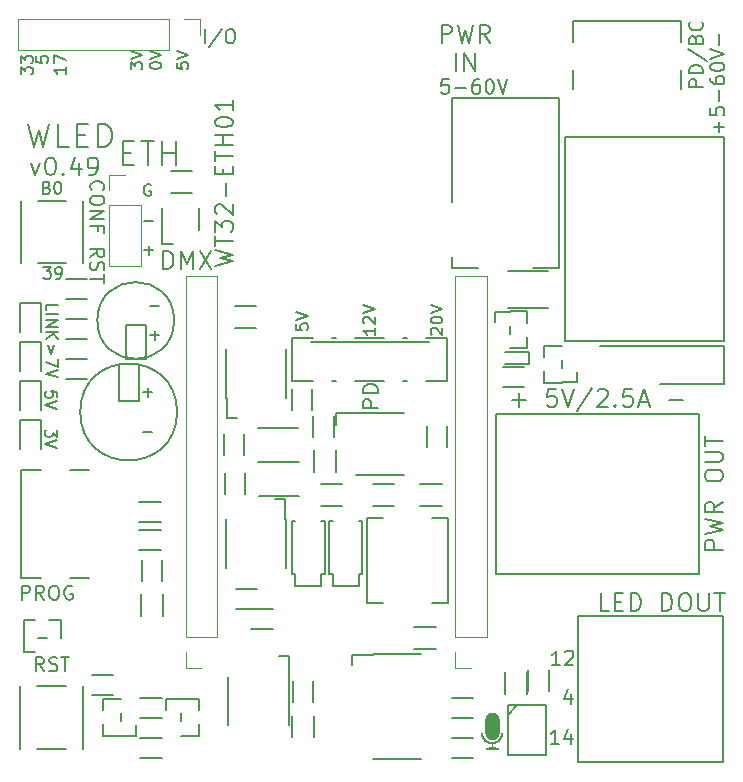
<source format=gto>
G04 #@! TF.GenerationSoftware,KiCad,Pcbnew,9.0.6*
G04 #@! TF.CreationDate,2025-12-01T14:44:23+01:00*
G04 #@! TF.ProjectId,wled-eth.versioned,776c6564-2d65-4746-982e-76657273696f,v0.49*
G04 #@! TF.SameCoordinates,Original*
G04 #@! TF.FileFunction,Legend,Top*
G04 #@! TF.FilePolarity,Positive*
%FSLAX46Y46*%
G04 Gerber Fmt 4.6, Leading zero omitted, Abs format (unit mm)*
G04 Created by KiCad (PCBNEW 9.0.6) date 2025-12-01 14:44:23*
%MOMM*%
%LPD*%
G01*
G04 APERTURE LIST*
%ADD10C,0.079374*%
%ADD11C,0.158749*%
%ADD12C,0.085149*%
%ADD13C,0.119062*%
%ADD14C,0.160000*%
%ADD15C,0.200000*%
%ADD16C,0.120000*%
G04 APERTURE END LIST*
D10*
X44316264Y-99778400D02*
X44291354Y-99746701D01*
X45801786Y-99287826D02*
X45798546Y-99330440D01*
D11*
X44125744Y-99287826D02*
X44124652Y-99244646D01*
D10*
X44125744Y-99287826D02*
X44124652Y-99244646D01*
X44162377Y-99494173D02*
X44151070Y-99454353D01*
D11*
X44342638Y-99808847D02*
X44316264Y-99778400D01*
D10*
X45213292Y-100046034D02*
X45173473Y-100057341D01*
X44246133Y-99679757D02*
X44225928Y-99644617D01*
D11*
X44563793Y-99982482D02*
X44528654Y-99962277D01*
X44370422Y-99837988D02*
X44342638Y-99808847D01*
D10*
X45720132Y-99608436D02*
X45701602Y-99644617D01*
X44494608Y-99940451D02*
X44461710Y-99917057D01*
X45006946Y-100082666D02*
X44963765Y-100083758D01*
D12*
X44992310Y-97511062D02*
X45020417Y-97513200D01*
X45048115Y-97516720D01*
X45075369Y-97521589D01*
X45102145Y-97527770D01*
X45128407Y-97535229D01*
X45154122Y-97543933D01*
X45179253Y-97553844D01*
X45203768Y-97564930D01*
X45227630Y-97577155D01*
X45250804Y-97590484D01*
X45273257Y-97604882D01*
X45294954Y-97620315D01*
X45315859Y-97636748D01*
X45335939Y-97654147D01*
X45355157Y-97672475D01*
X45373480Y-97691699D01*
X45390873Y-97711784D01*
X45407300Y-97732695D01*
X45422728Y-97754397D01*
X45437122Y-97776855D01*
X45450446Y-97800035D01*
X45462666Y-97823901D01*
X45473747Y-97848420D01*
X45483655Y-97873555D01*
X45492354Y-97899274D01*
X45499811Y-97925539D01*
X45505989Y-97952318D01*
X45510855Y-97979574D01*
X45514374Y-98007274D01*
X45516511Y-98035382D01*
X45517231Y-98063863D01*
X45517231Y-99213293D01*
X45516511Y-99241774D01*
X45514374Y-99269882D01*
X45510855Y-99297582D01*
X45505989Y-99324838D01*
X45499810Y-99351617D01*
X45492354Y-99377882D01*
X45483654Y-99403600D01*
X45473747Y-99428736D01*
X45462665Y-99453255D01*
X45450445Y-99477121D01*
X45437121Y-99500301D01*
X45422727Y-99522759D01*
X45407299Y-99544461D01*
X45390871Y-99565372D01*
X45373479Y-99585457D01*
X45355156Y-99604681D01*
X45335937Y-99623009D01*
X45315858Y-99640407D01*
X45294952Y-99656840D01*
X45273256Y-99672274D01*
X45250803Y-99686672D01*
X45227628Y-99700001D01*
X45203766Y-99712226D01*
X45179252Y-99723311D01*
X45154120Y-99733223D01*
X45128406Y-99741926D01*
X45102144Y-99749386D01*
X45075368Y-99755567D01*
X45048114Y-99760435D01*
X45020416Y-99763956D01*
X44992309Y-99766094D01*
X44963828Y-99766814D01*
X44935347Y-99766094D01*
X44907239Y-99763956D01*
X44879539Y-99760435D01*
X44852283Y-99755567D01*
X44825504Y-99749386D01*
X44799239Y-99741926D01*
X44773521Y-99733223D01*
X44748385Y-99723311D01*
X44723866Y-99712225D01*
X44700000Y-99700000D01*
X44676820Y-99686671D01*
X44654362Y-99672273D01*
X44632660Y-99656839D01*
X44611749Y-99640406D01*
X44591664Y-99623008D01*
X44572440Y-99604679D01*
X44554112Y-99585455D01*
X44536714Y-99565370D01*
X44520280Y-99544459D01*
X44504847Y-99522757D01*
X44490449Y-99500299D01*
X44477120Y-99477119D01*
X44464895Y-99453253D01*
X44453809Y-99428734D01*
X44443898Y-99403599D01*
X44435195Y-99377881D01*
X44427735Y-99351615D01*
X44421554Y-99324837D01*
X44416685Y-99297581D01*
X44413165Y-99269882D01*
X44411027Y-99241774D01*
X44410307Y-99213293D01*
X44410307Y-98063863D01*
X44411027Y-98035382D01*
X44413165Y-98007274D01*
X44416686Y-97979574D01*
X44421554Y-97952317D01*
X44427735Y-97925539D01*
X44435195Y-97899273D01*
X44443898Y-97873555D01*
X44453810Y-97848420D01*
X44464896Y-97823901D01*
X44477121Y-97800035D01*
X44490450Y-97776855D01*
X44504848Y-97754397D01*
X44520282Y-97732695D01*
X44536715Y-97711784D01*
X44554113Y-97691699D01*
X44572442Y-97672475D01*
X44591666Y-97654146D01*
X44611751Y-97636748D01*
X44632662Y-97620315D01*
X44654364Y-97604882D01*
X44676822Y-97590483D01*
X44700002Y-97577154D01*
X44723868Y-97564930D01*
X44748387Y-97553844D01*
X44773522Y-97543932D01*
X44799240Y-97535229D01*
X44825506Y-97527770D01*
X44852284Y-97521588D01*
X44879540Y-97516720D01*
X44907239Y-97513200D01*
X44935347Y-97511062D01*
X44963828Y-97510342D01*
X44992310Y-97511062D01*
G36*
X44992310Y-97511062D02*
G01*
X45020417Y-97513200D01*
X45048115Y-97516720D01*
X45075369Y-97521589D01*
X45102145Y-97527770D01*
X45128407Y-97535229D01*
X45154122Y-97543933D01*
X45179253Y-97553844D01*
X45203768Y-97564930D01*
X45227630Y-97577155D01*
X45250804Y-97590484D01*
X45273257Y-97604882D01*
X45294954Y-97620315D01*
X45315859Y-97636748D01*
X45335939Y-97654147D01*
X45355157Y-97672475D01*
X45373480Y-97691699D01*
X45390873Y-97711784D01*
X45407300Y-97732695D01*
X45422728Y-97754397D01*
X45437122Y-97776855D01*
X45450446Y-97800035D01*
X45462666Y-97823901D01*
X45473747Y-97848420D01*
X45483655Y-97873555D01*
X45492354Y-97899274D01*
X45499811Y-97925539D01*
X45505989Y-97952318D01*
X45510855Y-97979574D01*
X45514374Y-98007274D01*
X45516511Y-98035382D01*
X45517231Y-98063863D01*
X45517231Y-99213293D01*
X45516511Y-99241774D01*
X45514374Y-99269882D01*
X45510855Y-99297582D01*
X45505989Y-99324838D01*
X45499810Y-99351617D01*
X45492354Y-99377882D01*
X45483654Y-99403600D01*
X45473747Y-99428736D01*
X45462665Y-99453255D01*
X45450445Y-99477121D01*
X45437121Y-99500301D01*
X45422727Y-99522759D01*
X45407299Y-99544461D01*
X45390871Y-99565372D01*
X45373479Y-99585457D01*
X45355156Y-99604681D01*
X45335937Y-99623009D01*
X45315858Y-99640407D01*
X45294952Y-99656840D01*
X45273256Y-99672274D01*
X45250803Y-99686672D01*
X45227628Y-99700001D01*
X45203766Y-99712226D01*
X45179252Y-99723311D01*
X45154120Y-99733223D01*
X45128406Y-99741926D01*
X45102144Y-99749386D01*
X45075368Y-99755567D01*
X45048114Y-99760435D01*
X45020416Y-99763956D01*
X44992309Y-99766094D01*
X44963828Y-99766814D01*
X44935347Y-99766094D01*
X44907239Y-99763956D01*
X44879539Y-99760435D01*
X44852283Y-99755567D01*
X44825504Y-99749386D01*
X44799239Y-99741926D01*
X44773521Y-99733223D01*
X44748385Y-99723311D01*
X44723866Y-99712225D01*
X44700000Y-99700000D01*
X44676820Y-99686671D01*
X44654362Y-99672273D01*
X44632660Y-99656839D01*
X44611749Y-99640406D01*
X44591664Y-99623008D01*
X44572440Y-99604679D01*
X44554112Y-99585455D01*
X44536714Y-99565370D01*
X44520280Y-99544459D01*
X44504847Y-99522757D01*
X44490449Y-99500299D01*
X44477120Y-99477119D01*
X44464895Y-99453253D01*
X44453809Y-99428734D01*
X44443898Y-99403599D01*
X44435195Y-99377881D01*
X44427735Y-99351615D01*
X44421554Y-99324837D01*
X44416685Y-99297581D01*
X44413165Y-99269882D01*
X44411027Y-99241774D01*
X44410307Y-99213293D01*
X44410307Y-98063863D01*
X44411027Y-98035382D01*
X44413165Y-98007274D01*
X44416686Y-97979574D01*
X44421554Y-97952317D01*
X44427735Y-97925539D01*
X44435195Y-97899273D01*
X44443898Y-97873555D01*
X44453810Y-97848420D01*
X44464896Y-97823901D01*
X44477121Y-97800035D01*
X44490450Y-97776855D01*
X44504848Y-97754397D01*
X44520282Y-97732695D01*
X44536715Y-97711784D01*
X44554113Y-97691699D01*
X44572442Y-97672475D01*
X44591666Y-97654146D01*
X44611751Y-97636748D01*
X44632662Y-97620315D01*
X44654364Y-97604882D01*
X44676822Y-97590483D01*
X44700002Y-97577154D01*
X44723868Y-97564930D01*
X44748387Y-97553844D01*
X44773522Y-97543932D01*
X44799240Y-97535229D01*
X44825506Y-97527770D01*
X44852284Y-97521588D01*
X44879540Y-97516720D01*
X44907239Y-97513200D01*
X44935347Y-97511062D01*
X44963828Y-97510342D01*
X44992310Y-97511062D01*
G37*
D11*
X45659571Y-99713802D02*
X45636176Y-99746701D01*
X44207398Y-99608436D02*
X44190594Y-99571267D01*
X45213292Y-100046034D02*
X45173473Y-100057341D01*
D10*
X45802878Y-99244646D02*
X45801786Y-99287826D01*
X45017688Y-100435973D02*
X45070042Y-100438035D01*
X45120574Y-100441388D01*
X45169019Y-100445963D01*
X45215111Y-100451693D01*
X45258586Y-100458509D01*
X45299178Y-100466342D01*
X45336624Y-100475125D01*
X45370656Y-100484788D01*
X45401011Y-100495263D01*
X45427423Y-100506482D01*
X45449627Y-100518377D01*
X45467359Y-100530879D01*
X45480352Y-100543919D01*
X45484989Y-100550620D01*
X45488343Y-100557430D01*
X45490379Y-100564341D01*
X45491065Y-100571343D01*
X44436489Y-100571343D01*
X44437175Y-100564341D01*
X44439211Y-100557431D01*
X44442564Y-100550621D01*
X44447201Y-100543920D01*
X44453089Y-100537337D01*
X44460194Y-100530880D01*
X44468484Y-100524558D01*
X44477925Y-100518379D01*
X44488484Y-100512351D01*
X44500128Y-100506484D01*
X44512825Y-100500786D01*
X44526540Y-100495265D01*
X44541241Y-100489930D01*
X44556894Y-100484789D01*
X44590926Y-100475126D01*
X44628370Y-100466344D01*
X44668963Y-100458510D01*
X44712438Y-100451694D01*
X44758530Y-100445964D01*
X44806975Y-100441388D01*
X44857508Y-100438035D01*
X44909864Y-100435973D01*
X44963777Y-100435270D01*
X45017688Y-100435973D01*
G36*
X45017688Y-100435973D02*
G01*
X45070042Y-100438035D01*
X45120574Y-100441388D01*
X45169019Y-100445963D01*
X45215111Y-100451693D01*
X45258586Y-100458509D01*
X45299178Y-100466342D01*
X45336624Y-100475125D01*
X45370656Y-100484788D01*
X45401011Y-100495263D01*
X45427423Y-100506482D01*
X45449627Y-100518377D01*
X45467359Y-100530879D01*
X45480352Y-100543919D01*
X45484989Y-100550620D01*
X45488343Y-100557430D01*
X45490379Y-100564341D01*
X45491065Y-100571343D01*
X44436489Y-100571343D01*
X44437175Y-100564341D01*
X44439211Y-100557431D01*
X44442564Y-100550621D01*
X44447201Y-100543920D01*
X44453089Y-100537337D01*
X44460194Y-100530880D01*
X44468484Y-100524558D01*
X44477925Y-100518379D01*
X44488484Y-100512351D01*
X44500128Y-100506484D01*
X44512825Y-100500786D01*
X44526540Y-100495265D01*
X44541241Y-100489930D01*
X44556894Y-100484789D01*
X44590926Y-100475126D01*
X44628370Y-100466344D01*
X44668963Y-100458510D01*
X44712438Y-100451694D01*
X44758530Y-100445964D01*
X44806975Y-100441388D01*
X44857508Y-100438035D01*
X44909864Y-100435973D01*
X44963777Y-100435270D01*
X45017688Y-100435973D01*
G37*
X45659571Y-99713802D02*
X45636176Y-99746701D01*
X44128985Y-99330440D02*
X44125744Y-99287826D01*
X44963765Y-100083758D02*
X44920584Y-100082666D01*
D11*
X45006946Y-100082666D02*
X44963765Y-100083758D01*
D10*
X44342638Y-99808847D02*
X44316264Y-99778400D01*
X44528654Y-99962277D02*
X44494608Y-99940451D01*
D11*
X45557108Y-99837988D02*
X45527966Y-99865773D01*
X45720132Y-99608436D02*
X45701602Y-99644617D01*
D10*
X44225928Y-99644617D02*
X44207398Y-99608436D01*
X45132876Y-100066711D02*
X45091554Y-100074090D01*
D11*
X45091554Y-100074090D02*
X45049560Y-100079426D01*
X44399564Y-99865773D02*
X44370422Y-99837988D01*
D10*
X45091554Y-100074090D02*
X45049560Y-100079426D01*
X45785830Y-99413757D02*
X45776460Y-99454353D01*
D11*
X45736936Y-99571267D02*
X45720132Y-99608436D01*
X44461710Y-99917057D02*
X44430011Y-99892146D01*
D10*
X44207398Y-99608436D02*
X44190594Y-99571267D01*
X44461710Y-99917057D02*
X44430011Y-99892146D01*
D11*
X45173473Y-100057341D02*
X45132876Y-100066711D01*
X44134321Y-99372434D02*
X44128985Y-99330440D01*
X44835976Y-100074090D02*
X44794654Y-100066711D01*
X44675249Y-100032841D02*
X44637144Y-100017817D01*
D10*
X45611266Y-99778400D02*
X45584892Y-99808847D01*
X44141700Y-99413756D02*
X44134321Y-99372434D01*
D11*
X45636176Y-99746701D02*
X45611266Y-99778400D01*
X44599974Y-100001013D02*
X44563793Y-99982482D01*
X45793209Y-99372435D02*
X45785830Y-99413757D01*
D10*
X44370422Y-99837988D02*
X44342638Y-99808847D01*
X45049560Y-100079426D02*
X45006946Y-100082666D01*
D11*
X44267959Y-99713802D02*
X44246133Y-99679757D01*
X45765153Y-99494173D02*
X45751961Y-99533161D01*
D10*
X45701602Y-99644617D02*
X45681397Y-99679757D01*
D11*
X44316264Y-99778400D02*
X44291354Y-99746701D01*
D10*
X45363737Y-99982482D02*
X45327556Y-100001013D01*
D11*
X45751961Y-99533161D02*
X45736936Y-99571267D01*
D13*
X44963789Y-100083758D02*
X44963789Y-100537347D01*
D10*
X45398876Y-99962278D02*
X45363737Y-99982482D01*
X45584892Y-99808847D02*
X45557108Y-99837988D01*
X45465820Y-99917057D02*
X45432922Y-99940451D01*
D11*
X45584892Y-99808847D02*
X45557108Y-99837988D01*
D10*
X44151070Y-99454353D02*
X44141700Y-99413756D01*
X45798546Y-99330440D02*
X45793209Y-99372435D01*
X45751961Y-99533161D02*
X45736936Y-99571267D01*
X45173473Y-100057341D02*
X45132876Y-100066711D01*
D11*
X45681397Y-99679757D02*
X45659571Y-99713802D01*
X45398876Y-99962278D02*
X45363737Y-99982482D01*
X45701602Y-99644617D02*
X45681397Y-99679757D01*
D10*
X45497519Y-99892146D02*
X45465820Y-99917057D01*
X44267959Y-99713802D02*
X44246133Y-99679757D01*
D11*
X45801786Y-99287826D02*
X45798546Y-99330440D01*
D10*
X45432922Y-99940451D02*
X45398876Y-99962278D01*
D11*
X45785830Y-99413757D02*
X45776460Y-99454353D01*
X45798546Y-99330440D02*
X45793209Y-99372435D01*
X45465820Y-99917057D02*
X45432922Y-99940451D01*
X45327556Y-100001013D02*
X45290386Y-100017817D01*
D10*
X44430011Y-99892146D02*
X44399564Y-99865773D01*
X45327556Y-100001013D02*
X45290386Y-100017817D01*
X45765153Y-99494173D02*
X45751961Y-99533161D01*
X45636176Y-99746701D02*
X45611266Y-99778400D01*
D11*
X44794654Y-100066711D02*
X44754057Y-100057341D01*
D10*
X44920584Y-100082666D02*
X44877970Y-100079426D01*
X45736936Y-99571267D02*
X45720132Y-99608436D01*
D11*
X44128985Y-99330440D02*
X44125744Y-99287826D01*
X45432922Y-99940451D02*
X45398876Y-99962278D01*
X44162377Y-99494173D02*
X44151070Y-99454353D01*
D10*
X45776460Y-99454353D02*
X45765153Y-99494173D01*
D11*
X45252281Y-100032841D02*
X45213292Y-100046034D01*
X44963765Y-100083758D02*
X44920584Y-100082666D01*
D10*
X44399564Y-99865773D02*
X44370422Y-99837988D01*
X44714238Y-100046034D02*
X44675249Y-100032841D01*
X44599974Y-100001013D02*
X44563793Y-99982482D01*
X44754057Y-100057341D02*
X44714238Y-100046034D01*
D11*
X45049560Y-100079426D02*
X45006946Y-100082666D01*
X45802878Y-99244646D02*
X45801786Y-99287826D01*
D10*
X44563793Y-99982482D02*
X44528654Y-99962277D01*
D11*
X44877970Y-100079426D02*
X44835976Y-100074090D01*
X44151070Y-99454353D02*
X44141700Y-99413756D01*
X44291354Y-99746701D02*
X44267959Y-99713802D01*
X44225928Y-99644617D02*
X44207398Y-99608436D01*
X44430011Y-99892146D02*
X44399564Y-99865773D01*
D10*
X44637144Y-100017817D02*
X44599974Y-100001013D01*
D11*
X44246133Y-99679757D02*
X44225928Y-99644617D01*
X45290386Y-100017817D02*
X45252281Y-100032841D01*
X44190594Y-99571267D02*
X44175569Y-99533161D01*
D10*
X44291354Y-99746701D02*
X44267959Y-99713802D01*
D11*
X45363737Y-99982482D02*
X45327556Y-100001013D01*
X44754057Y-100057341D02*
X44714238Y-100046034D01*
X44637144Y-100017817D02*
X44599974Y-100001013D01*
D10*
X44794654Y-100066711D02*
X44754057Y-100057341D01*
D11*
X45776460Y-99454353D02*
X45765153Y-99494173D01*
X44528654Y-99962277D02*
X44494608Y-99940451D01*
X44175569Y-99533161D02*
X44162377Y-99494173D01*
D10*
X45793209Y-99372435D02*
X45785830Y-99413757D01*
X44190594Y-99571267D02*
X44175569Y-99533161D01*
D11*
X45611266Y-99778400D02*
X45584892Y-99808847D01*
D10*
X44877970Y-100079426D02*
X44835976Y-100074090D01*
D11*
X45497519Y-99892146D02*
X45465820Y-99917057D01*
X44141700Y-99413756D02*
X44134321Y-99372434D01*
D10*
X44134321Y-99372434D02*
X44128985Y-99330440D01*
X44835976Y-100074090D02*
X44794654Y-100066711D01*
D11*
X44920584Y-100082666D02*
X44877970Y-100079426D01*
D10*
X45527966Y-99865773D02*
X45497519Y-99892146D01*
X44175569Y-99533161D02*
X44162377Y-99494173D01*
D11*
X44494608Y-99940451D02*
X44461710Y-99917057D01*
D10*
X45290386Y-100017817D02*
X45252281Y-100032841D01*
D11*
X45527966Y-99865773D02*
X45497519Y-99892146D01*
D10*
X45252281Y-100032841D02*
X45213292Y-100046034D01*
D11*
X45132876Y-100066711D02*
X45091554Y-100074090D01*
D10*
X45557108Y-99837988D02*
X45527966Y-99865773D01*
X45681397Y-99679757D02*
X45659571Y-99713802D01*
X44675249Y-100032841D02*
X44637144Y-100017817D01*
D11*
X44714238Y-100046034D02*
X44675249Y-100032841D01*
D14*
X5157143Y-87944822D02*
X5157143Y-86744822D01*
X5157143Y-86744822D02*
X5614286Y-86744822D01*
X5614286Y-86744822D02*
X5728571Y-86801965D01*
X5728571Y-86801965D02*
X5785714Y-86859108D01*
X5785714Y-86859108D02*
X5842857Y-86973394D01*
X5842857Y-86973394D02*
X5842857Y-87144822D01*
X5842857Y-87144822D02*
X5785714Y-87259108D01*
X5785714Y-87259108D02*
X5728571Y-87316251D01*
X5728571Y-87316251D02*
X5614286Y-87373394D01*
X5614286Y-87373394D02*
X5157143Y-87373394D01*
X7042857Y-87944822D02*
X6642857Y-87373394D01*
X6357143Y-87944822D02*
X6357143Y-86744822D01*
X6357143Y-86744822D02*
X6814286Y-86744822D01*
X6814286Y-86744822D02*
X6928571Y-86801965D01*
X6928571Y-86801965D02*
X6985714Y-86859108D01*
X6985714Y-86859108D02*
X7042857Y-86973394D01*
X7042857Y-86973394D02*
X7042857Y-87144822D01*
X7042857Y-87144822D02*
X6985714Y-87259108D01*
X6985714Y-87259108D02*
X6928571Y-87316251D01*
X6928571Y-87316251D02*
X6814286Y-87373394D01*
X6814286Y-87373394D02*
X6357143Y-87373394D01*
X7785714Y-86744822D02*
X8014286Y-86744822D01*
X8014286Y-86744822D02*
X8128571Y-86801965D01*
X8128571Y-86801965D02*
X8242857Y-86916251D01*
X8242857Y-86916251D02*
X8300000Y-87144822D01*
X8300000Y-87144822D02*
X8300000Y-87544822D01*
X8300000Y-87544822D02*
X8242857Y-87773394D01*
X8242857Y-87773394D02*
X8128571Y-87887680D01*
X8128571Y-87887680D02*
X8014286Y-87944822D01*
X8014286Y-87944822D02*
X7785714Y-87944822D01*
X7785714Y-87944822D02*
X7671429Y-87887680D01*
X7671429Y-87887680D02*
X7557143Y-87773394D01*
X7557143Y-87773394D02*
X7500000Y-87544822D01*
X7500000Y-87544822D02*
X7500000Y-87144822D01*
X7500000Y-87144822D02*
X7557143Y-86916251D01*
X7557143Y-86916251D02*
X7671429Y-86801965D01*
X7671429Y-86801965D02*
X7785714Y-86744822D01*
X9442857Y-86801965D02*
X9328572Y-86744822D01*
X9328572Y-86744822D02*
X9157143Y-86744822D01*
X9157143Y-86744822D02*
X8985714Y-86801965D01*
X8985714Y-86801965D02*
X8871429Y-86916251D01*
X8871429Y-86916251D02*
X8814286Y-87030537D01*
X8814286Y-87030537D02*
X8757143Y-87259108D01*
X8757143Y-87259108D02*
X8757143Y-87430537D01*
X8757143Y-87430537D02*
X8814286Y-87659108D01*
X8814286Y-87659108D02*
X8871429Y-87773394D01*
X8871429Y-87773394D02*
X8985714Y-87887680D01*
X8985714Y-87887680D02*
X9157143Y-87944822D01*
X9157143Y-87944822D02*
X9271429Y-87944822D01*
X9271429Y-87944822D02*
X9442857Y-87887680D01*
X9442857Y-87887680D02*
X9500000Y-87830537D01*
X9500000Y-87830537D02*
X9500000Y-87430537D01*
X9500000Y-87430537D02*
X9271429Y-87430537D01*
X16061904Y-52801918D02*
X15966666Y-52754299D01*
X15966666Y-52754299D02*
X15823809Y-52754299D01*
X15823809Y-52754299D02*
X15680952Y-52801918D01*
X15680952Y-52801918D02*
X15585714Y-52897156D01*
X15585714Y-52897156D02*
X15538095Y-52992394D01*
X15538095Y-52992394D02*
X15490476Y-53182870D01*
X15490476Y-53182870D02*
X15490476Y-53325727D01*
X15490476Y-53325727D02*
X15538095Y-53516203D01*
X15538095Y-53516203D02*
X15585714Y-53611441D01*
X15585714Y-53611441D02*
X15680952Y-53706680D01*
X15680952Y-53706680D02*
X15823809Y-53754299D01*
X15823809Y-53754299D02*
X15919047Y-53754299D01*
X15919047Y-53754299D02*
X16061904Y-53706680D01*
X16061904Y-53706680D02*
X16109523Y-53659060D01*
X16109523Y-53659060D02*
X16109523Y-53325727D01*
X16109523Y-53325727D02*
X15919047Y-53325727D01*
X6369299Y-41943358D02*
X6369299Y-42419548D01*
X6369299Y-42419548D02*
X6845489Y-42467167D01*
X6845489Y-42467167D02*
X6797870Y-42419548D01*
X6797870Y-42419548D02*
X6750251Y-42324310D01*
X6750251Y-42324310D02*
X6750251Y-42086215D01*
X6750251Y-42086215D02*
X6797870Y-41990977D01*
X6797870Y-41990977D02*
X6845489Y-41943358D01*
X6845489Y-41943358D02*
X6940727Y-41895739D01*
X6940727Y-41895739D02*
X7178822Y-41895739D01*
X7178822Y-41895739D02*
X7274060Y-41943358D01*
X7274060Y-41943358D02*
X7321680Y-41990977D01*
X7321680Y-41990977D02*
X7369299Y-42086215D01*
X7369299Y-42086215D02*
X7369299Y-42324310D01*
X7369299Y-42324310D02*
X7321680Y-42419548D01*
X7321680Y-42419548D02*
X7274060Y-42467167D01*
D15*
X21506028Y-59654136D02*
X23006028Y-59296993D01*
X23006028Y-59296993D02*
X21934600Y-59011279D01*
X21934600Y-59011279D02*
X23006028Y-58725564D01*
X23006028Y-58725564D02*
X21506028Y-58368422D01*
X21506028Y-58011278D02*
X21506028Y-57154136D01*
X23006028Y-57582707D02*
X21506028Y-57582707D01*
X21506028Y-56796993D02*
X21506028Y-55868421D01*
X21506028Y-55868421D02*
X22077457Y-56368421D01*
X22077457Y-56368421D02*
X22077457Y-56154136D01*
X22077457Y-56154136D02*
X22148885Y-56011279D01*
X22148885Y-56011279D02*
X22220314Y-55939850D01*
X22220314Y-55939850D02*
X22363171Y-55868421D01*
X22363171Y-55868421D02*
X22720314Y-55868421D01*
X22720314Y-55868421D02*
X22863171Y-55939850D01*
X22863171Y-55939850D02*
X22934600Y-56011279D01*
X22934600Y-56011279D02*
X23006028Y-56154136D01*
X23006028Y-56154136D02*
X23006028Y-56582707D01*
X23006028Y-56582707D02*
X22934600Y-56725564D01*
X22934600Y-56725564D02*
X22863171Y-56796993D01*
X21648885Y-55296993D02*
X21577457Y-55225565D01*
X21577457Y-55225565D02*
X21506028Y-55082708D01*
X21506028Y-55082708D02*
X21506028Y-54725565D01*
X21506028Y-54725565D02*
X21577457Y-54582708D01*
X21577457Y-54582708D02*
X21648885Y-54511279D01*
X21648885Y-54511279D02*
X21791742Y-54439850D01*
X21791742Y-54439850D02*
X21934600Y-54439850D01*
X21934600Y-54439850D02*
X22148885Y-54511279D01*
X22148885Y-54511279D02*
X23006028Y-55368422D01*
X23006028Y-55368422D02*
X23006028Y-54439850D01*
X22434600Y-53796994D02*
X22434600Y-52654137D01*
X22220314Y-51939851D02*
X22220314Y-51439851D01*
X23006028Y-51225565D02*
X23006028Y-51939851D01*
X23006028Y-51939851D02*
X21506028Y-51939851D01*
X21506028Y-51939851D02*
X21506028Y-51225565D01*
X21506028Y-50796993D02*
X21506028Y-49939851D01*
X23006028Y-50368422D02*
X21506028Y-50368422D01*
X23006028Y-49439851D02*
X21506028Y-49439851D01*
X22220314Y-49439851D02*
X22220314Y-48582708D01*
X23006028Y-48582708D02*
X21506028Y-48582708D01*
X21506028Y-47582707D02*
X21506028Y-47439850D01*
X21506028Y-47439850D02*
X21577457Y-47296993D01*
X21577457Y-47296993D02*
X21648885Y-47225565D01*
X21648885Y-47225565D02*
X21791742Y-47154136D01*
X21791742Y-47154136D02*
X22077457Y-47082707D01*
X22077457Y-47082707D02*
X22434600Y-47082707D01*
X22434600Y-47082707D02*
X22720314Y-47154136D01*
X22720314Y-47154136D02*
X22863171Y-47225565D01*
X22863171Y-47225565D02*
X22934600Y-47296993D01*
X22934600Y-47296993D02*
X23006028Y-47439850D01*
X23006028Y-47439850D02*
X23006028Y-47582707D01*
X23006028Y-47582707D02*
X22934600Y-47725565D01*
X22934600Y-47725565D02*
X22863171Y-47796993D01*
X22863171Y-47796993D02*
X22720314Y-47868422D01*
X22720314Y-47868422D02*
X22434600Y-47939850D01*
X22434600Y-47939850D02*
X22077457Y-47939850D01*
X22077457Y-47939850D02*
X21791742Y-47868422D01*
X21791742Y-47868422D02*
X21648885Y-47796993D01*
X21648885Y-47796993D02*
X21577457Y-47725565D01*
X21577457Y-47725565D02*
X21506028Y-47582707D01*
X23006028Y-45654136D02*
X23006028Y-46511279D01*
X23006028Y-46082708D02*
X21506028Y-46082708D01*
X21506028Y-46082708D02*
X21720314Y-46225565D01*
X21720314Y-46225565D02*
X21863171Y-46368422D01*
X21863171Y-46368422D02*
X21934600Y-46511279D01*
X64185600Y-48371427D02*
X64185600Y-47457142D01*
X64642742Y-47914284D02*
X63728457Y-47914284D01*
X63442742Y-46314285D02*
X63442742Y-46885713D01*
X63442742Y-46885713D02*
X64014171Y-46942856D01*
X64014171Y-46942856D02*
X63957028Y-46885713D01*
X63957028Y-46885713D02*
X63899885Y-46771428D01*
X63899885Y-46771428D02*
X63899885Y-46485713D01*
X63899885Y-46485713D02*
X63957028Y-46371428D01*
X63957028Y-46371428D02*
X64014171Y-46314285D01*
X64014171Y-46314285D02*
X64128457Y-46257142D01*
X64128457Y-46257142D02*
X64414171Y-46257142D01*
X64414171Y-46257142D02*
X64528457Y-46314285D01*
X64528457Y-46314285D02*
X64585600Y-46371428D01*
X64585600Y-46371428D02*
X64642742Y-46485713D01*
X64642742Y-46485713D02*
X64642742Y-46771428D01*
X64642742Y-46771428D02*
X64585600Y-46885713D01*
X64585600Y-46885713D02*
X64528457Y-46942856D01*
X64185600Y-45742856D02*
X64185600Y-44828571D01*
X63442742Y-43742857D02*
X63442742Y-43971428D01*
X63442742Y-43971428D02*
X63499885Y-44085714D01*
X63499885Y-44085714D02*
X63557028Y-44142857D01*
X63557028Y-44142857D02*
X63728457Y-44257142D01*
X63728457Y-44257142D02*
X63957028Y-44314285D01*
X63957028Y-44314285D02*
X64414171Y-44314285D01*
X64414171Y-44314285D02*
X64528457Y-44257142D01*
X64528457Y-44257142D02*
X64585600Y-44199999D01*
X64585600Y-44199999D02*
X64642742Y-44085714D01*
X64642742Y-44085714D02*
X64642742Y-43857142D01*
X64642742Y-43857142D02*
X64585600Y-43742857D01*
X64585600Y-43742857D02*
X64528457Y-43685714D01*
X64528457Y-43685714D02*
X64414171Y-43628571D01*
X64414171Y-43628571D02*
X64128457Y-43628571D01*
X64128457Y-43628571D02*
X64014171Y-43685714D01*
X64014171Y-43685714D02*
X63957028Y-43742857D01*
X63957028Y-43742857D02*
X63899885Y-43857142D01*
X63899885Y-43857142D02*
X63899885Y-44085714D01*
X63899885Y-44085714D02*
X63957028Y-44199999D01*
X63957028Y-44199999D02*
X64014171Y-44257142D01*
X64014171Y-44257142D02*
X64128457Y-44314285D01*
X63442742Y-42885714D02*
X63442742Y-42771428D01*
X63442742Y-42771428D02*
X63499885Y-42657142D01*
X63499885Y-42657142D02*
X63557028Y-42600000D01*
X63557028Y-42600000D02*
X63671314Y-42542857D01*
X63671314Y-42542857D02*
X63899885Y-42485714D01*
X63899885Y-42485714D02*
X64185600Y-42485714D01*
X64185600Y-42485714D02*
X64414171Y-42542857D01*
X64414171Y-42542857D02*
X64528457Y-42600000D01*
X64528457Y-42600000D02*
X64585600Y-42657142D01*
X64585600Y-42657142D02*
X64642742Y-42771428D01*
X64642742Y-42771428D02*
X64642742Y-42885714D01*
X64642742Y-42885714D02*
X64585600Y-43000000D01*
X64585600Y-43000000D02*
X64528457Y-43057142D01*
X64528457Y-43057142D02*
X64414171Y-43114285D01*
X64414171Y-43114285D02*
X64185600Y-43171428D01*
X64185600Y-43171428D02*
X63899885Y-43171428D01*
X63899885Y-43171428D02*
X63671314Y-43114285D01*
X63671314Y-43114285D02*
X63557028Y-43057142D01*
X63557028Y-43057142D02*
X63499885Y-43000000D01*
X63499885Y-43000000D02*
X63442742Y-42885714D01*
X63442742Y-42142857D02*
X64642742Y-41742857D01*
X64642742Y-41742857D02*
X63442742Y-41342857D01*
X64185600Y-40942857D02*
X64185600Y-40028572D01*
D14*
X50723308Y-93446822D02*
X50037594Y-93446822D01*
X50380451Y-93446822D02*
X50380451Y-92246822D01*
X50380451Y-92246822D02*
X50266165Y-92418251D01*
X50266165Y-92418251D02*
X50151880Y-92532537D01*
X50151880Y-92532537D02*
X50037594Y-92589680D01*
X51180451Y-92361108D02*
X51237594Y-92303965D01*
X51237594Y-92303965D02*
X51351880Y-92246822D01*
X51351880Y-92246822D02*
X51637594Y-92246822D01*
X51637594Y-92246822D02*
X51751880Y-92303965D01*
X51751880Y-92303965D02*
X51809022Y-92361108D01*
X51809022Y-92361108D02*
X51866165Y-92475394D01*
X51866165Y-92475394D02*
X51866165Y-92589680D01*
X51866165Y-92589680D02*
X51809022Y-92761108D01*
X51809022Y-92761108D02*
X51123308Y-93446822D01*
X51123308Y-93446822D02*
X51866165Y-93446822D01*
D15*
X5945863Y-51006028D02*
X6303006Y-52006028D01*
X6303006Y-52006028D02*
X6660149Y-51006028D01*
X7517292Y-50506028D02*
X7660149Y-50506028D01*
X7660149Y-50506028D02*
X7803006Y-50577457D01*
X7803006Y-50577457D02*
X7874435Y-50648885D01*
X7874435Y-50648885D02*
X7945863Y-50791742D01*
X7945863Y-50791742D02*
X8017292Y-51077457D01*
X8017292Y-51077457D02*
X8017292Y-51434600D01*
X8017292Y-51434600D02*
X7945863Y-51720314D01*
X7945863Y-51720314D02*
X7874435Y-51863171D01*
X7874435Y-51863171D02*
X7803006Y-51934600D01*
X7803006Y-51934600D02*
X7660149Y-52006028D01*
X7660149Y-52006028D02*
X7517292Y-52006028D01*
X7517292Y-52006028D02*
X7374435Y-51934600D01*
X7374435Y-51934600D02*
X7303006Y-51863171D01*
X7303006Y-51863171D02*
X7231577Y-51720314D01*
X7231577Y-51720314D02*
X7160149Y-51434600D01*
X7160149Y-51434600D02*
X7160149Y-51077457D01*
X7160149Y-51077457D02*
X7231577Y-50791742D01*
X7231577Y-50791742D02*
X7303006Y-50648885D01*
X7303006Y-50648885D02*
X7374435Y-50577457D01*
X7374435Y-50577457D02*
X7517292Y-50506028D01*
X8660148Y-51863171D02*
X8731577Y-51934600D01*
X8731577Y-51934600D02*
X8660148Y-52006028D01*
X8660148Y-52006028D02*
X8588720Y-51934600D01*
X8588720Y-51934600D02*
X8660148Y-51863171D01*
X8660148Y-51863171D02*
X8660148Y-52006028D01*
X10017292Y-51006028D02*
X10017292Y-52006028D01*
X9660149Y-50434600D02*
X9303006Y-51506028D01*
X9303006Y-51506028D02*
X10231577Y-51506028D01*
X10874434Y-52006028D02*
X11160148Y-52006028D01*
X11160148Y-52006028D02*
X11303005Y-51934600D01*
X11303005Y-51934600D02*
X11374434Y-51863171D01*
X11374434Y-51863171D02*
X11517291Y-51648885D01*
X11517291Y-51648885D02*
X11588720Y-51363171D01*
X11588720Y-51363171D02*
X11588720Y-50791742D01*
X11588720Y-50791742D02*
X11517291Y-50648885D01*
X11517291Y-50648885D02*
X11445863Y-50577457D01*
X11445863Y-50577457D02*
X11303005Y-50506028D01*
X11303005Y-50506028D02*
X11017291Y-50506028D01*
X11017291Y-50506028D02*
X10874434Y-50577457D01*
X10874434Y-50577457D02*
X10803005Y-50648885D01*
X10803005Y-50648885D02*
X10731577Y-50791742D01*
X10731577Y-50791742D02*
X10731577Y-51148885D01*
X10731577Y-51148885D02*
X10803005Y-51291742D01*
X10803005Y-51291742D02*
X10874434Y-51363171D01*
X10874434Y-51363171D02*
X11017291Y-51434600D01*
X11017291Y-51434600D02*
X11303005Y-51434600D01*
X11303005Y-51434600D02*
X11445863Y-51363171D01*
X11445863Y-51363171D02*
X11517291Y-51291742D01*
X11517291Y-51291742D02*
X11588720Y-51148885D01*
X62842742Y-44542856D02*
X61642742Y-44542856D01*
X61642742Y-44542856D02*
X61642742Y-44085713D01*
X61642742Y-44085713D02*
X61699885Y-43971428D01*
X61699885Y-43971428D02*
X61757028Y-43914285D01*
X61757028Y-43914285D02*
X61871314Y-43857142D01*
X61871314Y-43857142D02*
X62042742Y-43857142D01*
X62042742Y-43857142D02*
X62157028Y-43914285D01*
X62157028Y-43914285D02*
X62214171Y-43971428D01*
X62214171Y-43971428D02*
X62271314Y-44085713D01*
X62271314Y-44085713D02*
X62271314Y-44542856D01*
X62842742Y-43342856D02*
X61642742Y-43342856D01*
X61642742Y-43342856D02*
X61642742Y-43057142D01*
X61642742Y-43057142D02*
X61699885Y-42885713D01*
X61699885Y-42885713D02*
X61814171Y-42771428D01*
X61814171Y-42771428D02*
X61928457Y-42714285D01*
X61928457Y-42714285D02*
X62157028Y-42657142D01*
X62157028Y-42657142D02*
X62328457Y-42657142D01*
X62328457Y-42657142D02*
X62557028Y-42714285D01*
X62557028Y-42714285D02*
X62671314Y-42771428D01*
X62671314Y-42771428D02*
X62785600Y-42885713D01*
X62785600Y-42885713D02*
X62842742Y-43057142D01*
X62842742Y-43057142D02*
X62842742Y-43342856D01*
X61585600Y-41285713D02*
X63128457Y-42314285D01*
X62214171Y-40485713D02*
X62271314Y-40314285D01*
X62271314Y-40314285D02*
X62328457Y-40257142D01*
X62328457Y-40257142D02*
X62442742Y-40199999D01*
X62442742Y-40199999D02*
X62614171Y-40199999D01*
X62614171Y-40199999D02*
X62728457Y-40257142D01*
X62728457Y-40257142D02*
X62785600Y-40314285D01*
X62785600Y-40314285D02*
X62842742Y-40428570D01*
X62842742Y-40428570D02*
X62842742Y-40885713D01*
X62842742Y-40885713D02*
X61642742Y-40885713D01*
X61642742Y-40885713D02*
X61642742Y-40485713D01*
X61642742Y-40485713D02*
X61699885Y-40371428D01*
X61699885Y-40371428D02*
X61757028Y-40314285D01*
X61757028Y-40314285D02*
X61871314Y-40257142D01*
X61871314Y-40257142D02*
X61985600Y-40257142D01*
X61985600Y-40257142D02*
X62099885Y-40314285D01*
X62099885Y-40314285D02*
X62157028Y-40371428D01*
X62157028Y-40371428D02*
X62214171Y-40485713D01*
X62214171Y-40485713D02*
X62214171Y-40885713D01*
X62728457Y-38999999D02*
X62785600Y-39057142D01*
X62785600Y-39057142D02*
X62842742Y-39228570D01*
X62842742Y-39228570D02*
X62842742Y-39342856D01*
X62842742Y-39342856D02*
X62785600Y-39514285D01*
X62785600Y-39514285D02*
X62671314Y-39628570D01*
X62671314Y-39628570D02*
X62557028Y-39685713D01*
X62557028Y-39685713D02*
X62328457Y-39742856D01*
X62328457Y-39742856D02*
X62157028Y-39742856D01*
X62157028Y-39742856D02*
X61928457Y-39685713D01*
X61928457Y-39685713D02*
X61814171Y-39628570D01*
X61814171Y-39628570D02*
X61699885Y-39514285D01*
X61699885Y-39514285D02*
X61642742Y-39342856D01*
X61642742Y-39342856D02*
X61642742Y-39228570D01*
X61642742Y-39228570D02*
X61699885Y-39057142D01*
X61699885Y-39057142D02*
X61757028Y-38999999D01*
D14*
X6990476Y-59769299D02*
X7609523Y-59769299D01*
X7609523Y-59769299D02*
X7276190Y-60150251D01*
X7276190Y-60150251D02*
X7419047Y-60150251D01*
X7419047Y-60150251D02*
X7514285Y-60197870D01*
X7514285Y-60197870D02*
X7561904Y-60245489D01*
X7561904Y-60245489D02*
X7609523Y-60340727D01*
X7609523Y-60340727D02*
X7609523Y-60578822D01*
X7609523Y-60578822D02*
X7561904Y-60674060D01*
X7561904Y-60674060D02*
X7514285Y-60721680D01*
X7514285Y-60721680D02*
X7419047Y-60769299D01*
X7419047Y-60769299D02*
X7133333Y-60769299D01*
X7133333Y-60769299D02*
X7038095Y-60721680D01*
X7038095Y-60721680D02*
X6990476Y-60674060D01*
X8085714Y-60769299D02*
X8276190Y-60769299D01*
X8276190Y-60769299D02*
X8371428Y-60721680D01*
X8371428Y-60721680D02*
X8419047Y-60674060D01*
X8419047Y-60674060D02*
X8514285Y-60531203D01*
X8514285Y-60531203D02*
X8561904Y-60340727D01*
X8561904Y-60340727D02*
X8561904Y-59959775D01*
X8561904Y-59959775D02*
X8514285Y-59864537D01*
X8514285Y-59864537D02*
X8466666Y-59816918D01*
X8466666Y-59816918D02*
X8371428Y-59769299D01*
X8371428Y-59769299D02*
X8180952Y-59769299D01*
X8180952Y-59769299D02*
X8085714Y-59816918D01*
X8085714Y-59816918D02*
X8038095Y-59864537D01*
X8038095Y-59864537D02*
X7990476Y-59959775D01*
X7990476Y-59959775D02*
X7990476Y-60197870D01*
X7990476Y-60197870D02*
X8038095Y-60293108D01*
X8038095Y-60293108D02*
X8085714Y-60340727D01*
X8085714Y-60340727D02*
X8180952Y-60388346D01*
X8180952Y-60388346D02*
X8371428Y-60388346D01*
X8371428Y-60388346D02*
X8466666Y-60340727D01*
X8466666Y-60340727D02*
X8514285Y-60293108D01*
X8514285Y-60293108D02*
X8561904Y-60197870D01*
X11069462Y-53264285D02*
X11012320Y-53207142D01*
X11012320Y-53207142D02*
X10955177Y-53035714D01*
X10955177Y-53035714D02*
X10955177Y-52921428D01*
X10955177Y-52921428D02*
X11012320Y-52749999D01*
X11012320Y-52749999D02*
X11126605Y-52635714D01*
X11126605Y-52635714D02*
X11240891Y-52578571D01*
X11240891Y-52578571D02*
X11469462Y-52521428D01*
X11469462Y-52521428D02*
X11640891Y-52521428D01*
X11640891Y-52521428D02*
X11869462Y-52578571D01*
X11869462Y-52578571D02*
X11983748Y-52635714D01*
X11983748Y-52635714D02*
X12098034Y-52749999D01*
X12098034Y-52749999D02*
X12155177Y-52921428D01*
X12155177Y-52921428D02*
X12155177Y-53035714D01*
X12155177Y-53035714D02*
X12098034Y-53207142D01*
X12098034Y-53207142D02*
X12040891Y-53264285D01*
X12155177Y-54007142D02*
X12155177Y-54235714D01*
X12155177Y-54235714D02*
X12098034Y-54349999D01*
X12098034Y-54349999D02*
X11983748Y-54464285D01*
X11983748Y-54464285D02*
X11755177Y-54521428D01*
X11755177Y-54521428D02*
X11355177Y-54521428D01*
X11355177Y-54521428D02*
X11126605Y-54464285D01*
X11126605Y-54464285D02*
X11012320Y-54349999D01*
X11012320Y-54349999D02*
X10955177Y-54235714D01*
X10955177Y-54235714D02*
X10955177Y-54007142D01*
X10955177Y-54007142D02*
X11012320Y-53892857D01*
X11012320Y-53892857D02*
X11126605Y-53778571D01*
X11126605Y-53778571D02*
X11355177Y-53721428D01*
X11355177Y-53721428D02*
X11755177Y-53721428D01*
X11755177Y-53721428D02*
X11983748Y-53778571D01*
X11983748Y-53778571D02*
X12098034Y-53892857D01*
X12098034Y-53892857D02*
X12155177Y-54007142D01*
X10955177Y-55035714D02*
X12155177Y-55035714D01*
X12155177Y-55035714D02*
X10955177Y-55721428D01*
X10955177Y-55721428D02*
X12155177Y-55721428D01*
X11583748Y-56692857D02*
X11583748Y-56292857D01*
X10955177Y-56292857D02*
X12155177Y-56292857D01*
X12155177Y-56292857D02*
X12155177Y-56864285D01*
X10955177Y-58921428D02*
X11526605Y-58521428D01*
X10955177Y-58235714D02*
X12155177Y-58235714D01*
X12155177Y-58235714D02*
X12155177Y-58692857D01*
X12155177Y-58692857D02*
X12098034Y-58807142D01*
X12098034Y-58807142D02*
X12040891Y-58864285D01*
X12040891Y-58864285D02*
X11926605Y-58921428D01*
X11926605Y-58921428D02*
X11755177Y-58921428D01*
X11755177Y-58921428D02*
X11640891Y-58864285D01*
X11640891Y-58864285D02*
X11583748Y-58807142D01*
X11583748Y-58807142D02*
X11526605Y-58692857D01*
X11526605Y-58692857D02*
X11526605Y-58235714D01*
X11012320Y-59378571D02*
X10955177Y-59550000D01*
X10955177Y-59550000D02*
X10955177Y-59835714D01*
X10955177Y-59835714D02*
X11012320Y-59950000D01*
X11012320Y-59950000D02*
X11069462Y-60007142D01*
X11069462Y-60007142D02*
X11183748Y-60064285D01*
X11183748Y-60064285D02*
X11298034Y-60064285D01*
X11298034Y-60064285D02*
X11412320Y-60007142D01*
X11412320Y-60007142D02*
X11469462Y-59950000D01*
X11469462Y-59950000D02*
X11526605Y-59835714D01*
X11526605Y-59835714D02*
X11583748Y-59607142D01*
X11583748Y-59607142D02*
X11640891Y-59492857D01*
X11640891Y-59492857D02*
X11698034Y-59435714D01*
X11698034Y-59435714D02*
X11812320Y-59378571D01*
X11812320Y-59378571D02*
X11926605Y-59378571D01*
X11926605Y-59378571D02*
X12040891Y-59435714D01*
X12040891Y-59435714D02*
X12098034Y-59492857D01*
X12098034Y-59492857D02*
X12155177Y-59607142D01*
X12155177Y-59607142D02*
X12155177Y-59892857D01*
X12155177Y-59892857D02*
X12098034Y-60064285D01*
X12155177Y-60407142D02*
X12155177Y-61092857D01*
X10955177Y-60749999D02*
X12155177Y-60749999D01*
D15*
X35330504Y-71733898D02*
X34030504Y-71733898D01*
X34030504Y-71733898D02*
X34030504Y-71238660D01*
X34030504Y-71238660D02*
X34092409Y-71114850D01*
X34092409Y-71114850D02*
X34154314Y-71052945D01*
X34154314Y-71052945D02*
X34278123Y-70991041D01*
X34278123Y-70991041D02*
X34463838Y-70991041D01*
X34463838Y-70991041D02*
X34587647Y-71052945D01*
X34587647Y-71052945D02*
X34649552Y-71114850D01*
X34649552Y-71114850D02*
X34711457Y-71238660D01*
X34711457Y-71238660D02*
X34711457Y-71733898D01*
X35330504Y-70433898D02*
X34030504Y-70433898D01*
X34030504Y-70433898D02*
X34030504Y-70124374D01*
X34030504Y-70124374D02*
X34092409Y-69938660D01*
X34092409Y-69938660D02*
X34216219Y-69814850D01*
X34216219Y-69814850D02*
X34340028Y-69752945D01*
X34340028Y-69752945D02*
X34587647Y-69691041D01*
X34587647Y-69691041D02*
X34773361Y-69691041D01*
X34773361Y-69691041D02*
X35020980Y-69752945D01*
X35020980Y-69752945D02*
X35144790Y-69814850D01*
X35144790Y-69814850D02*
X35268600Y-69938660D01*
X35268600Y-69938660D02*
X35330504Y-70124374D01*
X35330504Y-70124374D02*
X35330504Y-70433898D01*
D14*
X15519048Y-58373346D02*
X16280953Y-58373346D01*
X15900000Y-58754299D02*
X15900000Y-57992394D01*
X7017857Y-93994822D02*
X6617857Y-93423394D01*
X6332143Y-93994822D02*
X6332143Y-92794822D01*
X6332143Y-92794822D02*
X6789286Y-92794822D01*
X6789286Y-92794822D02*
X6903571Y-92851965D01*
X6903571Y-92851965D02*
X6960714Y-92909108D01*
X6960714Y-92909108D02*
X7017857Y-93023394D01*
X7017857Y-93023394D02*
X7017857Y-93194822D01*
X7017857Y-93194822D02*
X6960714Y-93309108D01*
X6960714Y-93309108D02*
X6903571Y-93366251D01*
X6903571Y-93366251D02*
X6789286Y-93423394D01*
X6789286Y-93423394D02*
X6332143Y-93423394D01*
X7475000Y-93937680D02*
X7646429Y-93994822D01*
X7646429Y-93994822D02*
X7932143Y-93994822D01*
X7932143Y-93994822D02*
X8046429Y-93937680D01*
X8046429Y-93937680D02*
X8103571Y-93880537D01*
X8103571Y-93880537D02*
X8160714Y-93766251D01*
X8160714Y-93766251D02*
X8160714Y-93651965D01*
X8160714Y-93651965D02*
X8103571Y-93537680D01*
X8103571Y-93537680D02*
X8046429Y-93480537D01*
X8046429Y-93480537D02*
X7932143Y-93423394D01*
X7932143Y-93423394D02*
X7703571Y-93366251D01*
X7703571Y-93366251D02*
X7589286Y-93309108D01*
X7589286Y-93309108D02*
X7532143Y-93251965D01*
X7532143Y-93251965D02*
X7475000Y-93137680D01*
X7475000Y-93137680D02*
X7475000Y-93023394D01*
X7475000Y-93023394D02*
X7532143Y-92909108D01*
X7532143Y-92909108D02*
X7589286Y-92851965D01*
X7589286Y-92851965D02*
X7703571Y-92794822D01*
X7703571Y-92794822D02*
X7989286Y-92794822D01*
X7989286Y-92794822D02*
X8160714Y-92851965D01*
X8503571Y-92794822D02*
X9189286Y-92794822D01*
X8846428Y-93994822D02*
X8846428Y-92794822D01*
X14369299Y-43051879D02*
X14369299Y-42432832D01*
X14369299Y-42432832D02*
X14750251Y-42766165D01*
X14750251Y-42766165D02*
X14750251Y-42623308D01*
X14750251Y-42623308D02*
X14797870Y-42528070D01*
X14797870Y-42528070D02*
X14845489Y-42480451D01*
X14845489Y-42480451D02*
X14940727Y-42432832D01*
X14940727Y-42432832D02*
X15178822Y-42432832D01*
X15178822Y-42432832D02*
X15274060Y-42480451D01*
X15274060Y-42480451D02*
X15321680Y-42528070D01*
X15321680Y-42528070D02*
X15369299Y-42623308D01*
X15369299Y-42623308D02*
X15369299Y-42909022D01*
X15369299Y-42909022D02*
X15321680Y-43004260D01*
X15321680Y-43004260D02*
X15274060Y-43051879D01*
X14369299Y-42147117D02*
X15369299Y-41813784D01*
X15369299Y-41813784D02*
X14369299Y-41480451D01*
D15*
X64496028Y-83714286D02*
X62996028Y-83714286D01*
X62996028Y-83714286D02*
X62996028Y-83142857D01*
X62996028Y-83142857D02*
X63067457Y-83000000D01*
X63067457Y-83000000D02*
X63138885Y-82928571D01*
X63138885Y-82928571D02*
X63281742Y-82857143D01*
X63281742Y-82857143D02*
X63496028Y-82857143D01*
X63496028Y-82857143D02*
X63638885Y-82928571D01*
X63638885Y-82928571D02*
X63710314Y-83000000D01*
X63710314Y-83000000D02*
X63781742Y-83142857D01*
X63781742Y-83142857D02*
X63781742Y-83714286D01*
X62996028Y-82357143D02*
X64496028Y-82000000D01*
X64496028Y-82000000D02*
X63424600Y-81714286D01*
X63424600Y-81714286D02*
X64496028Y-81428571D01*
X64496028Y-81428571D02*
X62996028Y-81071429D01*
X64496028Y-79642857D02*
X63781742Y-80142857D01*
X64496028Y-80500000D02*
X62996028Y-80500000D01*
X62996028Y-80500000D02*
X62996028Y-79928571D01*
X62996028Y-79928571D02*
X63067457Y-79785714D01*
X63067457Y-79785714D02*
X63138885Y-79714285D01*
X63138885Y-79714285D02*
X63281742Y-79642857D01*
X63281742Y-79642857D02*
X63496028Y-79642857D01*
X63496028Y-79642857D02*
X63638885Y-79714285D01*
X63638885Y-79714285D02*
X63710314Y-79785714D01*
X63710314Y-79785714D02*
X63781742Y-79928571D01*
X63781742Y-79928571D02*
X63781742Y-80500000D01*
X62996028Y-77571428D02*
X62996028Y-77285714D01*
X62996028Y-77285714D02*
X63067457Y-77142857D01*
X63067457Y-77142857D02*
X63210314Y-77000000D01*
X63210314Y-77000000D02*
X63496028Y-76928571D01*
X63496028Y-76928571D02*
X63996028Y-76928571D01*
X63996028Y-76928571D02*
X64281742Y-77000000D01*
X64281742Y-77000000D02*
X64424600Y-77142857D01*
X64424600Y-77142857D02*
X64496028Y-77285714D01*
X64496028Y-77285714D02*
X64496028Y-77571428D01*
X64496028Y-77571428D02*
X64424600Y-77714286D01*
X64424600Y-77714286D02*
X64281742Y-77857143D01*
X64281742Y-77857143D02*
X63996028Y-77928571D01*
X63996028Y-77928571D02*
X63496028Y-77928571D01*
X63496028Y-77928571D02*
X63210314Y-77857143D01*
X63210314Y-77857143D02*
X63067457Y-77714286D01*
X63067457Y-77714286D02*
X62996028Y-77571428D01*
X62996028Y-76285714D02*
X64210314Y-76285714D01*
X64210314Y-76285714D02*
X64353171Y-76214285D01*
X64353171Y-76214285D02*
X64424600Y-76142857D01*
X64424600Y-76142857D02*
X64496028Y-75999999D01*
X64496028Y-75999999D02*
X64496028Y-75714285D01*
X64496028Y-75714285D02*
X64424600Y-75571428D01*
X64424600Y-75571428D02*
X64353171Y-75499999D01*
X64353171Y-75499999D02*
X64210314Y-75428571D01*
X64210314Y-75428571D02*
X62996028Y-75428571D01*
X62996028Y-74928570D02*
X62996028Y-74071428D01*
X64496028Y-74499999D02*
X62996028Y-74499999D01*
D14*
X39864537Y-65490475D02*
X39816918Y-65442856D01*
X39816918Y-65442856D02*
X39769299Y-65347618D01*
X39769299Y-65347618D02*
X39769299Y-65109523D01*
X39769299Y-65109523D02*
X39816918Y-65014285D01*
X39816918Y-65014285D02*
X39864537Y-64966666D01*
X39864537Y-64966666D02*
X39959775Y-64919047D01*
X39959775Y-64919047D02*
X40055013Y-64919047D01*
X40055013Y-64919047D02*
X40197870Y-64966666D01*
X40197870Y-64966666D02*
X40769299Y-65538094D01*
X40769299Y-65538094D02*
X40769299Y-64919047D01*
X39769299Y-64299999D02*
X39769299Y-64204761D01*
X39769299Y-64204761D02*
X39816918Y-64109523D01*
X39816918Y-64109523D02*
X39864537Y-64061904D01*
X39864537Y-64061904D02*
X39959775Y-64014285D01*
X39959775Y-64014285D02*
X40150251Y-63966666D01*
X40150251Y-63966666D02*
X40388346Y-63966666D01*
X40388346Y-63966666D02*
X40578822Y-64014285D01*
X40578822Y-64014285D02*
X40674060Y-64061904D01*
X40674060Y-64061904D02*
X40721680Y-64109523D01*
X40721680Y-64109523D02*
X40769299Y-64204761D01*
X40769299Y-64204761D02*
X40769299Y-64299999D01*
X40769299Y-64299999D02*
X40721680Y-64395237D01*
X40721680Y-64395237D02*
X40674060Y-64442856D01*
X40674060Y-64442856D02*
X40578822Y-64490475D01*
X40578822Y-64490475D02*
X40388346Y-64538094D01*
X40388346Y-64538094D02*
X40150251Y-64538094D01*
X40150251Y-64538094D02*
X39959775Y-64490475D01*
X39959775Y-64490475D02*
X39864537Y-64442856D01*
X39864537Y-64442856D02*
X39816918Y-64395237D01*
X39816918Y-64395237D02*
X39769299Y-64299999D01*
X39769299Y-63680951D02*
X40769299Y-63347618D01*
X40769299Y-63347618D02*
X39769299Y-63014285D01*
X7245700Y-63447619D02*
X7245700Y-62971429D01*
X7245700Y-62971429D02*
X8245700Y-62971429D01*
X7245700Y-63780953D02*
X8245700Y-63780953D01*
X7245700Y-64257143D02*
X8245700Y-64257143D01*
X8245700Y-64257143D02*
X7245700Y-64828571D01*
X7245700Y-64828571D02*
X8245700Y-64828571D01*
X7245700Y-65304762D02*
X8245700Y-65304762D01*
X7245700Y-65876190D02*
X7817129Y-65447619D01*
X8245700Y-65876190D02*
X7674272Y-65304762D01*
D15*
X20642857Y-40842742D02*
X20642857Y-39642742D01*
X22071429Y-39585600D02*
X21042857Y-41128457D01*
X22700000Y-39642742D02*
X22928572Y-39642742D01*
X22928572Y-39642742D02*
X23042857Y-39699885D01*
X23042857Y-39699885D02*
X23157143Y-39814171D01*
X23157143Y-39814171D02*
X23214286Y-40042742D01*
X23214286Y-40042742D02*
X23214286Y-40442742D01*
X23214286Y-40442742D02*
X23157143Y-40671314D01*
X23157143Y-40671314D02*
X23042857Y-40785600D01*
X23042857Y-40785600D02*
X22928572Y-40842742D01*
X22928572Y-40842742D02*
X22700000Y-40842742D01*
X22700000Y-40842742D02*
X22585715Y-40785600D01*
X22585715Y-40785600D02*
X22471429Y-40671314D01*
X22471429Y-40671314D02*
X22414286Y-40442742D01*
X22414286Y-40442742D02*
X22414286Y-40042742D01*
X22414286Y-40042742D02*
X22471429Y-39814171D01*
X22471429Y-39814171D02*
X22585715Y-39699885D01*
X22585715Y-39699885D02*
X22700000Y-39642742D01*
X46685714Y-71034600D02*
X47828572Y-71034600D01*
X47257143Y-71606028D02*
X47257143Y-70463171D01*
X50400000Y-70106028D02*
X49685714Y-70106028D01*
X49685714Y-70106028D02*
X49614286Y-70820314D01*
X49614286Y-70820314D02*
X49685714Y-70748885D01*
X49685714Y-70748885D02*
X49828572Y-70677457D01*
X49828572Y-70677457D02*
X50185714Y-70677457D01*
X50185714Y-70677457D02*
X50328572Y-70748885D01*
X50328572Y-70748885D02*
X50400000Y-70820314D01*
X50400000Y-70820314D02*
X50471429Y-70963171D01*
X50471429Y-70963171D02*
X50471429Y-71320314D01*
X50471429Y-71320314D02*
X50400000Y-71463171D01*
X50400000Y-71463171D02*
X50328572Y-71534600D01*
X50328572Y-71534600D02*
X50185714Y-71606028D01*
X50185714Y-71606028D02*
X49828572Y-71606028D01*
X49828572Y-71606028D02*
X49685714Y-71534600D01*
X49685714Y-71534600D02*
X49614286Y-71463171D01*
X50900000Y-70106028D02*
X51400000Y-71606028D01*
X51400000Y-71606028D02*
X51900000Y-70106028D01*
X53471428Y-70034600D02*
X52185714Y-71963171D01*
X53900000Y-70248885D02*
X53971428Y-70177457D01*
X53971428Y-70177457D02*
X54114286Y-70106028D01*
X54114286Y-70106028D02*
X54471428Y-70106028D01*
X54471428Y-70106028D02*
X54614286Y-70177457D01*
X54614286Y-70177457D02*
X54685714Y-70248885D01*
X54685714Y-70248885D02*
X54757143Y-70391742D01*
X54757143Y-70391742D02*
X54757143Y-70534600D01*
X54757143Y-70534600D02*
X54685714Y-70748885D01*
X54685714Y-70748885D02*
X53828571Y-71606028D01*
X53828571Y-71606028D02*
X54757143Y-71606028D01*
X55399999Y-71463171D02*
X55471428Y-71534600D01*
X55471428Y-71534600D02*
X55399999Y-71606028D01*
X55399999Y-71606028D02*
X55328571Y-71534600D01*
X55328571Y-71534600D02*
X55399999Y-71463171D01*
X55399999Y-71463171D02*
X55399999Y-71606028D01*
X56828571Y-70106028D02*
X56114285Y-70106028D01*
X56114285Y-70106028D02*
X56042857Y-70820314D01*
X56042857Y-70820314D02*
X56114285Y-70748885D01*
X56114285Y-70748885D02*
X56257143Y-70677457D01*
X56257143Y-70677457D02*
X56614285Y-70677457D01*
X56614285Y-70677457D02*
X56757143Y-70748885D01*
X56757143Y-70748885D02*
X56828571Y-70820314D01*
X56828571Y-70820314D02*
X56900000Y-70963171D01*
X56900000Y-70963171D02*
X56900000Y-71320314D01*
X56900000Y-71320314D02*
X56828571Y-71463171D01*
X56828571Y-71463171D02*
X56757143Y-71534600D01*
X56757143Y-71534600D02*
X56614285Y-71606028D01*
X56614285Y-71606028D02*
X56257143Y-71606028D01*
X56257143Y-71606028D02*
X56114285Y-71534600D01*
X56114285Y-71534600D02*
X56042857Y-71463171D01*
X57471428Y-71177457D02*
X58185714Y-71177457D01*
X57328571Y-71606028D02*
X57828571Y-70106028D01*
X57828571Y-70106028D02*
X58328571Y-71606028D01*
X59971427Y-71034600D02*
X61114285Y-71034600D01*
X5717292Y-47644838D02*
X6193482Y-49644838D01*
X6193482Y-49644838D02*
X6574435Y-48216266D01*
X6574435Y-48216266D02*
X6955387Y-49644838D01*
X6955387Y-49644838D02*
X7431578Y-47644838D01*
X9145863Y-49644838D02*
X8193482Y-49644838D01*
X8193482Y-49644838D02*
X8193482Y-47644838D01*
X9812530Y-48597219D02*
X10479197Y-48597219D01*
X10764911Y-49644838D02*
X9812530Y-49644838D01*
X9812530Y-49644838D02*
X9812530Y-47644838D01*
X9812530Y-47644838D02*
X10764911Y-47644838D01*
X11622054Y-49644838D02*
X11622054Y-47644838D01*
X11622054Y-47644838D02*
X12098244Y-47644838D01*
X12098244Y-47644838D02*
X12383959Y-47740076D01*
X12383959Y-47740076D02*
X12574435Y-47930552D01*
X12574435Y-47930552D02*
X12669673Y-48121028D01*
X12669673Y-48121028D02*
X12764911Y-48501980D01*
X12764911Y-48501980D02*
X12764911Y-48787695D01*
X12764911Y-48787695D02*
X12669673Y-49168647D01*
X12669673Y-49168647D02*
X12574435Y-49359123D01*
X12574435Y-49359123D02*
X12383959Y-49549600D01*
X12383959Y-49549600D02*
X12098244Y-49644838D01*
X12098244Y-49644838D02*
X11622054Y-49644838D01*
X40699999Y-40776070D02*
X40699999Y-39276070D01*
X40699999Y-39276070D02*
X41271428Y-39276070D01*
X41271428Y-39276070D02*
X41414285Y-39347499D01*
X41414285Y-39347499D02*
X41485714Y-39418927D01*
X41485714Y-39418927D02*
X41557142Y-39561784D01*
X41557142Y-39561784D02*
X41557142Y-39776070D01*
X41557142Y-39776070D02*
X41485714Y-39918927D01*
X41485714Y-39918927D02*
X41414285Y-39990356D01*
X41414285Y-39990356D02*
X41271428Y-40061784D01*
X41271428Y-40061784D02*
X40699999Y-40061784D01*
X42057142Y-39276070D02*
X42414285Y-40776070D01*
X42414285Y-40776070D02*
X42699999Y-39704642D01*
X42699999Y-39704642D02*
X42985714Y-40776070D01*
X42985714Y-40776070D02*
X43342857Y-39276070D01*
X44771428Y-40776070D02*
X44271428Y-40061784D01*
X43914285Y-40776070D02*
X43914285Y-39276070D01*
X43914285Y-39276070D02*
X44485714Y-39276070D01*
X44485714Y-39276070D02*
X44628571Y-39347499D01*
X44628571Y-39347499D02*
X44700000Y-39418927D01*
X44700000Y-39418927D02*
X44771428Y-39561784D01*
X44771428Y-39561784D02*
X44771428Y-39776070D01*
X44771428Y-39776070D02*
X44700000Y-39918927D01*
X44700000Y-39918927D02*
X44628571Y-39990356D01*
X44628571Y-39990356D02*
X44485714Y-40061784D01*
X44485714Y-40061784D02*
X43914285Y-40061784D01*
X41914285Y-43190986D02*
X41914285Y-41690986D01*
X42628571Y-43190986D02*
X42628571Y-41690986D01*
X42628571Y-41690986D02*
X43485714Y-43190986D01*
X43485714Y-43190986D02*
X43485714Y-41690986D01*
D14*
X18269299Y-42480451D02*
X18269299Y-42956641D01*
X18269299Y-42956641D02*
X18745489Y-43004260D01*
X18745489Y-43004260D02*
X18697870Y-42956641D01*
X18697870Y-42956641D02*
X18650251Y-42861403D01*
X18650251Y-42861403D02*
X18650251Y-42623308D01*
X18650251Y-42623308D02*
X18697870Y-42528070D01*
X18697870Y-42528070D02*
X18745489Y-42480451D01*
X18745489Y-42480451D02*
X18840727Y-42432832D01*
X18840727Y-42432832D02*
X19078822Y-42432832D01*
X19078822Y-42432832D02*
X19174060Y-42480451D01*
X19174060Y-42480451D02*
X19221680Y-42528070D01*
X19221680Y-42528070D02*
X19269299Y-42623308D01*
X19269299Y-42623308D02*
X19269299Y-42861403D01*
X19269299Y-42861403D02*
X19221680Y-42956641D01*
X19221680Y-42956641D02*
X19174060Y-43004260D01*
X18269299Y-42147117D02*
X19269299Y-41813784D01*
X19269299Y-41813784D02*
X18269299Y-41480451D01*
X7295238Y-53045489D02*
X7438095Y-53093108D01*
X7438095Y-53093108D02*
X7485714Y-53140727D01*
X7485714Y-53140727D02*
X7533333Y-53235965D01*
X7533333Y-53235965D02*
X7533333Y-53378822D01*
X7533333Y-53378822D02*
X7485714Y-53474060D01*
X7485714Y-53474060D02*
X7438095Y-53521680D01*
X7438095Y-53521680D02*
X7342857Y-53569299D01*
X7342857Y-53569299D02*
X6961905Y-53569299D01*
X6961905Y-53569299D02*
X6961905Y-52569299D01*
X6961905Y-52569299D02*
X7295238Y-52569299D01*
X7295238Y-52569299D02*
X7390476Y-52616918D01*
X7390476Y-52616918D02*
X7438095Y-52664537D01*
X7438095Y-52664537D02*
X7485714Y-52759775D01*
X7485714Y-52759775D02*
X7485714Y-52855013D01*
X7485714Y-52855013D02*
X7438095Y-52950251D01*
X7438095Y-52950251D02*
X7390476Y-52997870D01*
X7390476Y-52997870D02*
X7295238Y-53045489D01*
X7295238Y-53045489D02*
X6961905Y-53045489D01*
X8152381Y-52569299D02*
X8247619Y-52569299D01*
X8247619Y-52569299D02*
X8342857Y-52616918D01*
X8342857Y-52616918D02*
X8390476Y-52664537D01*
X8390476Y-52664537D02*
X8438095Y-52759775D01*
X8438095Y-52759775D02*
X8485714Y-52950251D01*
X8485714Y-52950251D02*
X8485714Y-53188346D01*
X8485714Y-53188346D02*
X8438095Y-53378822D01*
X8438095Y-53378822D02*
X8390476Y-53474060D01*
X8390476Y-53474060D02*
X8342857Y-53521680D01*
X8342857Y-53521680D02*
X8247619Y-53569299D01*
X8247619Y-53569299D02*
X8152381Y-53569299D01*
X8152381Y-53569299D02*
X8057143Y-53521680D01*
X8057143Y-53521680D02*
X8009524Y-53474060D01*
X8009524Y-53474060D02*
X7961905Y-53378822D01*
X7961905Y-53378822D02*
X7914286Y-53188346D01*
X7914286Y-53188346D02*
X7914286Y-52950251D01*
X7914286Y-52950251D02*
X7961905Y-52759775D01*
X7961905Y-52759775D02*
X8009524Y-52664537D01*
X8009524Y-52664537D02*
X8057143Y-52616918D01*
X8057143Y-52616918D02*
X8152381Y-52569299D01*
X16019048Y-63073346D02*
X16780953Y-63073346D01*
X8145700Y-73538095D02*
X8145700Y-74157142D01*
X8145700Y-74157142D02*
X7764748Y-73823809D01*
X7764748Y-73823809D02*
X7764748Y-73966666D01*
X7764748Y-73966666D02*
X7717129Y-74061904D01*
X7717129Y-74061904D02*
X7669510Y-74109523D01*
X7669510Y-74109523D02*
X7574272Y-74157142D01*
X7574272Y-74157142D02*
X7336177Y-74157142D01*
X7336177Y-74157142D02*
X7240939Y-74109523D01*
X7240939Y-74109523D02*
X7193320Y-74061904D01*
X7193320Y-74061904D02*
X7145700Y-73966666D01*
X7145700Y-73966666D02*
X7145700Y-73680952D01*
X7145700Y-73680952D02*
X7193320Y-73585714D01*
X7193320Y-73585714D02*
X7240939Y-73538095D01*
X8145700Y-74442857D02*
X7145700Y-74776190D01*
X7145700Y-74776190D02*
X8145700Y-75109523D01*
X15419048Y-73773346D02*
X16180953Y-73773346D01*
X8869299Y-42848120D02*
X8869299Y-43419548D01*
X8869299Y-43133834D02*
X7869299Y-43133834D01*
X7869299Y-43133834D02*
X8012156Y-43229072D01*
X8012156Y-43229072D02*
X8107394Y-43324310D01*
X8107394Y-43324310D02*
X8155013Y-43419548D01*
X7869299Y-42514786D02*
X7869299Y-41848120D01*
X7869299Y-41848120D02*
X8869299Y-42276691D01*
X16019048Y-65573346D02*
X16780953Y-65573346D01*
X16400000Y-65954299D02*
X16400000Y-65192394D01*
X7912367Y-66414286D02*
X7626653Y-67176191D01*
X7626653Y-67176191D02*
X7340939Y-66414286D01*
X8245700Y-67557143D02*
X8245700Y-68223809D01*
X8245700Y-68223809D02*
X7245700Y-67795238D01*
X8245700Y-68461905D02*
X7245700Y-68795238D01*
X7245700Y-68795238D02*
X8245700Y-69128571D01*
D15*
X54871428Y-88906028D02*
X54157142Y-88906028D01*
X54157142Y-88906028D02*
X54157142Y-87406028D01*
X55371428Y-88120314D02*
X55871428Y-88120314D01*
X56085714Y-88906028D02*
X55371428Y-88906028D01*
X55371428Y-88906028D02*
X55371428Y-87406028D01*
X55371428Y-87406028D02*
X56085714Y-87406028D01*
X56728571Y-88906028D02*
X56728571Y-87406028D01*
X56728571Y-87406028D02*
X57085714Y-87406028D01*
X57085714Y-87406028D02*
X57300000Y-87477457D01*
X57300000Y-87477457D02*
X57442857Y-87620314D01*
X57442857Y-87620314D02*
X57514286Y-87763171D01*
X57514286Y-87763171D02*
X57585714Y-88048885D01*
X57585714Y-88048885D02*
X57585714Y-88263171D01*
X57585714Y-88263171D02*
X57514286Y-88548885D01*
X57514286Y-88548885D02*
X57442857Y-88691742D01*
X57442857Y-88691742D02*
X57300000Y-88834600D01*
X57300000Y-88834600D02*
X57085714Y-88906028D01*
X57085714Y-88906028D02*
X56728571Y-88906028D01*
X59371428Y-88906028D02*
X59371428Y-87406028D01*
X59371428Y-87406028D02*
X59728571Y-87406028D01*
X59728571Y-87406028D02*
X59942857Y-87477457D01*
X59942857Y-87477457D02*
X60085714Y-87620314D01*
X60085714Y-87620314D02*
X60157143Y-87763171D01*
X60157143Y-87763171D02*
X60228571Y-88048885D01*
X60228571Y-88048885D02*
X60228571Y-88263171D01*
X60228571Y-88263171D02*
X60157143Y-88548885D01*
X60157143Y-88548885D02*
X60085714Y-88691742D01*
X60085714Y-88691742D02*
X59942857Y-88834600D01*
X59942857Y-88834600D02*
X59728571Y-88906028D01*
X59728571Y-88906028D02*
X59371428Y-88906028D01*
X61157143Y-87406028D02*
X61442857Y-87406028D01*
X61442857Y-87406028D02*
X61585714Y-87477457D01*
X61585714Y-87477457D02*
X61728571Y-87620314D01*
X61728571Y-87620314D02*
X61800000Y-87906028D01*
X61800000Y-87906028D02*
X61800000Y-88406028D01*
X61800000Y-88406028D02*
X61728571Y-88691742D01*
X61728571Y-88691742D02*
X61585714Y-88834600D01*
X61585714Y-88834600D02*
X61442857Y-88906028D01*
X61442857Y-88906028D02*
X61157143Y-88906028D01*
X61157143Y-88906028D02*
X61014286Y-88834600D01*
X61014286Y-88834600D02*
X60871428Y-88691742D01*
X60871428Y-88691742D02*
X60800000Y-88406028D01*
X60800000Y-88406028D02*
X60800000Y-87906028D01*
X60800000Y-87906028D02*
X60871428Y-87620314D01*
X60871428Y-87620314D02*
X61014286Y-87477457D01*
X61014286Y-87477457D02*
X61157143Y-87406028D01*
X62442857Y-87406028D02*
X62442857Y-88620314D01*
X62442857Y-88620314D02*
X62514286Y-88763171D01*
X62514286Y-88763171D02*
X62585715Y-88834600D01*
X62585715Y-88834600D02*
X62728572Y-88906028D01*
X62728572Y-88906028D02*
X63014286Y-88906028D01*
X63014286Y-88906028D02*
X63157143Y-88834600D01*
X63157143Y-88834600D02*
X63228572Y-88763171D01*
X63228572Y-88763171D02*
X63300000Y-88620314D01*
X63300000Y-88620314D02*
X63300000Y-87406028D01*
X63800001Y-87406028D02*
X64657144Y-87406028D01*
X64228572Y-88906028D02*
X64228572Y-87406028D01*
D14*
X15419048Y-70373346D02*
X16180953Y-70373346D01*
X15800000Y-70754299D02*
X15800000Y-69992394D01*
D15*
X41285714Y-43887698D02*
X40714286Y-43887698D01*
X40714286Y-43887698D02*
X40657143Y-44459127D01*
X40657143Y-44459127D02*
X40714286Y-44401984D01*
X40714286Y-44401984D02*
X40828572Y-44344841D01*
X40828572Y-44344841D02*
X41114286Y-44344841D01*
X41114286Y-44344841D02*
X41228572Y-44401984D01*
X41228572Y-44401984D02*
X41285714Y-44459127D01*
X41285714Y-44459127D02*
X41342857Y-44573413D01*
X41342857Y-44573413D02*
X41342857Y-44859127D01*
X41342857Y-44859127D02*
X41285714Y-44973413D01*
X41285714Y-44973413D02*
X41228572Y-45030556D01*
X41228572Y-45030556D02*
X41114286Y-45087698D01*
X41114286Y-45087698D02*
X40828572Y-45087698D01*
X40828572Y-45087698D02*
X40714286Y-45030556D01*
X40714286Y-45030556D02*
X40657143Y-44973413D01*
X41857143Y-44630556D02*
X42771429Y-44630556D01*
X43857143Y-43887698D02*
X43628571Y-43887698D01*
X43628571Y-43887698D02*
X43514285Y-43944841D01*
X43514285Y-43944841D02*
X43457143Y-44001984D01*
X43457143Y-44001984D02*
X43342857Y-44173413D01*
X43342857Y-44173413D02*
X43285714Y-44401984D01*
X43285714Y-44401984D02*
X43285714Y-44859127D01*
X43285714Y-44859127D02*
X43342857Y-44973413D01*
X43342857Y-44973413D02*
X43400000Y-45030556D01*
X43400000Y-45030556D02*
X43514285Y-45087698D01*
X43514285Y-45087698D02*
X43742857Y-45087698D01*
X43742857Y-45087698D02*
X43857143Y-45030556D01*
X43857143Y-45030556D02*
X43914285Y-44973413D01*
X43914285Y-44973413D02*
X43971428Y-44859127D01*
X43971428Y-44859127D02*
X43971428Y-44573413D01*
X43971428Y-44573413D02*
X43914285Y-44459127D01*
X43914285Y-44459127D02*
X43857143Y-44401984D01*
X43857143Y-44401984D02*
X43742857Y-44344841D01*
X43742857Y-44344841D02*
X43514285Y-44344841D01*
X43514285Y-44344841D02*
X43400000Y-44401984D01*
X43400000Y-44401984D02*
X43342857Y-44459127D01*
X43342857Y-44459127D02*
X43285714Y-44573413D01*
X44714285Y-43887698D02*
X44828571Y-43887698D01*
X44828571Y-43887698D02*
X44942857Y-43944841D01*
X44942857Y-43944841D02*
X45000000Y-44001984D01*
X45000000Y-44001984D02*
X45057142Y-44116270D01*
X45057142Y-44116270D02*
X45114285Y-44344841D01*
X45114285Y-44344841D02*
X45114285Y-44630556D01*
X45114285Y-44630556D02*
X45057142Y-44859127D01*
X45057142Y-44859127D02*
X45000000Y-44973413D01*
X45000000Y-44973413D02*
X44942857Y-45030556D01*
X44942857Y-45030556D02*
X44828571Y-45087698D01*
X44828571Y-45087698D02*
X44714285Y-45087698D01*
X44714285Y-45087698D02*
X44600000Y-45030556D01*
X44600000Y-45030556D02*
X44542857Y-44973413D01*
X44542857Y-44973413D02*
X44485714Y-44859127D01*
X44485714Y-44859127D02*
X44428571Y-44630556D01*
X44428571Y-44630556D02*
X44428571Y-44344841D01*
X44428571Y-44344841D02*
X44485714Y-44116270D01*
X44485714Y-44116270D02*
X44542857Y-44001984D01*
X44542857Y-44001984D02*
X44600000Y-43944841D01*
X44600000Y-43944841D02*
X44714285Y-43887698D01*
X45457142Y-43887698D02*
X45857142Y-45087698D01*
X45857142Y-45087698D02*
X46257142Y-43887698D01*
D14*
X5069299Y-43467167D02*
X5069299Y-42848120D01*
X5069299Y-42848120D02*
X5450251Y-43181453D01*
X5450251Y-43181453D02*
X5450251Y-43038596D01*
X5450251Y-43038596D02*
X5497870Y-42943358D01*
X5497870Y-42943358D02*
X5545489Y-42895739D01*
X5545489Y-42895739D02*
X5640727Y-42848120D01*
X5640727Y-42848120D02*
X5878822Y-42848120D01*
X5878822Y-42848120D02*
X5974060Y-42895739D01*
X5974060Y-42895739D02*
X6021680Y-42943358D01*
X6021680Y-42943358D02*
X6069299Y-43038596D01*
X6069299Y-43038596D02*
X6069299Y-43324310D01*
X6069299Y-43324310D02*
X6021680Y-43419548D01*
X6021680Y-43419548D02*
X5974060Y-43467167D01*
X5069299Y-42514786D02*
X5069299Y-41895739D01*
X5069299Y-41895739D02*
X5450251Y-42229072D01*
X5450251Y-42229072D02*
X5450251Y-42086215D01*
X5450251Y-42086215D02*
X5497870Y-41990977D01*
X5497870Y-41990977D02*
X5545489Y-41943358D01*
X5545489Y-41943358D02*
X5640727Y-41895739D01*
X5640727Y-41895739D02*
X5878822Y-41895739D01*
X5878822Y-41895739D02*
X5974060Y-41943358D01*
X5974060Y-41943358D02*
X6021680Y-41990977D01*
X6021680Y-41990977D02*
X6069299Y-42086215D01*
X6069299Y-42086215D02*
X6069299Y-42371929D01*
X6069299Y-42371929D02*
X6021680Y-42467167D01*
X6021680Y-42467167D02*
X5974060Y-42514786D01*
X28369299Y-64590476D02*
X28369299Y-65066666D01*
X28369299Y-65066666D02*
X28845489Y-65114285D01*
X28845489Y-65114285D02*
X28797870Y-65066666D01*
X28797870Y-65066666D02*
X28750251Y-64971428D01*
X28750251Y-64971428D02*
X28750251Y-64733333D01*
X28750251Y-64733333D02*
X28797870Y-64638095D01*
X28797870Y-64638095D02*
X28845489Y-64590476D01*
X28845489Y-64590476D02*
X28940727Y-64542857D01*
X28940727Y-64542857D02*
X29178822Y-64542857D01*
X29178822Y-64542857D02*
X29274060Y-64590476D01*
X29274060Y-64590476D02*
X29321680Y-64638095D01*
X29321680Y-64638095D02*
X29369299Y-64733333D01*
X29369299Y-64733333D02*
X29369299Y-64971428D01*
X29369299Y-64971428D02*
X29321680Y-65066666D01*
X29321680Y-65066666D02*
X29274060Y-65114285D01*
X28369299Y-64257142D02*
X29369299Y-63923809D01*
X29369299Y-63923809D02*
X28369299Y-63590476D01*
X15519048Y-55873346D02*
X16280953Y-55873346D01*
D15*
X17135714Y-59931028D02*
X17135714Y-58431028D01*
X17135714Y-58431028D02*
X17492857Y-58431028D01*
X17492857Y-58431028D02*
X17707143Y-58502457D01*
X17707143Y-58502457D02*
X17850000Y-58645314D01*
X17850000Y-58645314D02*
X17921429Y-58788171D01*
X17921429Y-58788171D02*
X17992857Y-59073885D01*
X17992857Y-59073885D02*
X17992857Y-59288171D01*
X17992857Y-59288171D02*
X17921429Y-59573885D01*
X17921429Y-59573885D02*
X17850000Y-59716742D01*
X17850000Y-59716742D02*
X17707143Y-59859600D01*
X17707143Y-59859600D02*
X17492857Y-59931028D01*
X17492857Y-59931028D02*
X17135714Y-59931028D01*
X18635714Y-59931028D02*
X18635714Y-58431028D01*
X18635714Y-58431028D02*
X19135714Y-59502457D01*
X19135714Y-59502457D02*
X19635714Y-58431028D01*
X19635714Y-58431028D02*
X19635714Y-59931028D01*
X20207143Y-58431028D02*
X21207143Y-59931028D01*
X21207143Y-58431028D02*
X20207143Y-59931028D01*
D14*
X51651880Y-95946822D02*
X51651880Y-96746822D01*
X51366165Y-95489680D02*
X51080451Y-96346822D01*
X51080451Y-96346822D02*
X51823308Y-96346822D01*
X35069299Y-64919047D02*
X35069299Y-65490475D01*
X35069299Y-65204761D02*
X34069299Y-65204761D01*
X34069299Y-65204761D02*
X34212156Y-65299999D01*
X34212156Y-65299999D02*
X34307394Y-65395237D01*
X34307394Y-65395237D02*
X34355013Y-65490475D01*
X34164537Y-64538094D02*
X34116918Y-64490475D01*
X34116918Y-64490475D02*
X34069299Y-64395237D01*
X34069299Y-64395237D02*
X34069299Y-64157142D01*
X34069299Y-64157142D02*
X34116918Y-64061904D01*
X34116918Y-64061904D02*
X34164537Y-64014285D01*
X34164537Y-64014285D02*
X34259775Y-63966666D01*
X34259775Y-63966666D02*
X34355013Y-63966666D01*
X34355013Y-63966666D02*
X34497870Y-64014285D01*
X34497870Y-64014285D02*
X35069299Y-64585713D01*
X35069299Y-64585713D02*
X35069299Y-63966666D01*
X34069299Y-63680951D02*
X35069299Y-63347618D01*
X35069299Y-63347618D02*
X34069299Y-63014285D01*
X15969299Y-42766165D02*
X15969299Y-42670927D01*
X15969299Y-42670927D02*
X16016918Y-42575689D01*
X16016918Y-42575689D02*
X16064537Y-42528070D01*
X16064537Y-42528070D02*
X16159775Y-42480451D01*
X16159775Y-42480451D02*
X16350251Y-42432832D01*
X16350251Y-42432832D02*
X16588346Y-42432832D01*
X16588346Y-42432832D02*
X16778822Y-42480451D01*
X16778822Y-42480451D02*
X16874060Y-42528070D01*
X16874060Y-42528070D02*
X16921680Y-42575689D01*
X16921680Y-42575689D02*
X16969299Y-42670927D01*
X16969299Y-42670927D02*
X16969299Y-42766165D01*
X16969299Y-42766165D02*
X16921680Y-42861403D01*
X16921680Y-42861403D02*
X16874060Y-42909022D01*
X16874060Y-42909022D02*
X16778822Y-42956641D01*
X16778822Y-42956641D02*
X16588346Y-43004260D01*
X16588346Y-43004260D02*
X16350251Y-43004260D01*
X16350251Y-43004260D02*
X16159775Y-42956641D01*
X16159775Y-42956641D02*
X16064537Y-42909022D01*
X16064537Y-42909022D02*
X16016918Y-42861403D01*
X16016918Y-42861403D02*
X15969299Y-42766165D01*
X15969299Y-42147117D02*
X16969299Y-41813784D01*
X16969299Y-41813784D02*
X15969299Y-41480451D01*
D15*
X13707768Y-50097219D02*
X14374435Y-50097219D01*
X14660149Y-51144838D02*
X13707768Y-51144838D01*
X13707768Y-51144838D02*
X13707768Y-49144838D01*
X13707768Y-49144838D02*
X14660149Y-49144838D01*
X15231578Y-49144838D02*
X16374435Y-49144838D01*
X15803006Y-51144838D02*
X15803006Y-49144838D01*
X17041102Y-51144838D02*
X17041102Y-49144838D01*
X17041102Y-50097219D02*
X18183959Y-50097219D01*
X18183959Y-51144838D02*
X18183959Y-49144838D01*
D14*
X50623308Y-100146822D02*
X49937594Y-100146822D01*
X50280451Y-100146822D02*
X50280451Y-98946822D01*
X50280451Y-98946822D02*
X50166165Y-99118251D01*
X50166165Y-99118251D02*
X50051880Y-99232537D01*
X50051880Y-99232537D02*
X49937594Y-99289680D01*
X51651880Y-99346822D02*
X51651880Y-100146822D01*
X51366165Y-98889680D02*
X51080451Y-99746822D01*
X51080451Y-99746822D02*
X51823308Y-99746822D01*
X8145700Y-70809523D02*
X8145700Y-70333333D01*
X8145700Y-70333333D02*
X7669510Y-70285714D01*
X7669510Y-70285714D02*
X7717129Y-70333333D01*
X7717129Y-70333333D02*
X7764748Y-70428571D01*
X7764748Y-70428571D02*
X7764748Y-70666666D01*
X7764748Y-70666666D02*
X7717129Y-70761904D01*
X7717129Y-70761904D02*
X7669510Y-70809523D01*
X7669510Y-70809523D02*
X7574272Y-70857142D01*
X7574272Y-70857142D02*
X7336177Y-70857142D01*
X7336177Y-70857142D02*
X7240939Y-70809523D01*
X7240939Y-70809523D02*
X7193320Y-70761904D01*
X7193320Y-70761904D02*
X7145700Y-70666666D01*
X7145700Y-70666666D02*
X7145700Y-70428571D01*
X7145700Y-70428571D02*
X7193320Y-70333333D01*
X7193320Y-70333333D02*
X7240939Y-70285714D01*
X8145700Y-71142857D02*
X7145700Y-71476190D01*
X7145700Y-71476190D02*
X8145700Y-71809523D01*
D15*
G04 #@! TO.C,D3*
X5000000Y-66150000D02*
X6800000Y-66150000D01*
X5000000Y-66800000D02*
X5000000Y-66150000D01*
X5000000Y-66800000D02*
X5000000Y-68600000D01*
X6800000Y-66150000D02*
X6800000Y-66800000D01*
X6800000Y-66800000D02*
X6800000Y-68600000D01*
G04 #@! TO.C,C4*
X15650000Y-67550000D02*
X13950000Y-67550000D01*
X13950000Y-64700000D01*
X15650000Y-64700000D01*
X15650000Y-67550000D01*
X18050000Y-64300000D02*
G75*
G02*
X11550000Y-64300000I-3250000J0D01*
G01*
X11550000Y-64300000D02*
G75*
G02*
X18050000Y-64300000I3250000J0D01*
G01*
G04 #@! TO.C,R20*
X28050000Y-71900000D02*
X28050000Y-70100000D01*
X29750000Y-71900000D02*
X29750000Y-70100000D01*
G04 #@! TO.C,Q4*
X49400000Y-66440000D02*
X50900000Y-66440000D01*
X49400000Y-67400000D02*
X49400000Y-66440000D01*
X49400000Y-69560000D02*
X49400000Y-68600000D01*
X50900000Y-68350000D02*
X50900000Y-67650000D01*
X50900000Y-69550000D02*
X52150000Y-69550000D01*
X50900000Y-69560000D02*
X49400000Y-69560000D01*
X52150000Y-69550000D02*
X52150000Y-68650000D01*
G04 #@! TO.C,R16*
X22350000Y-77200000D02*
X22350000Y-79000000D01*
X24050000Y-77200000D02*
X24050000Y-79000000D01*
G04 #@! TO.C,C1*
X13350000Y-67950000D02*
X15050000Y-67950000D01*
X15050000Y-71150000D01*
X13350000Y-71150000D01*
X13350000Y-67950000D01*
X18300000Y-72050000D02*
G75*
G02*
X10100000Y-72050000I-4100000J0D01*
G01*
X10100000Y-72050000D02*
G75*
G02*
X18300000Y-72050000I4100000J0D01*
G01*
G04 #@! TO.C,J7*
X51830000Y-38950000D02*
X51830000Y-40720000D01*
X51830000Y-38950000D02*
X60970000Y-38950000D01*
X51830000Y-43120000D02*
X51830000Y-44740000D01*
X60970000Y-38950000D02*
X60970000Y-40720000D01*
X60970000Y-43120000D02*
X60970000Y-44740000D01*
G04 #@! TO.C,RV1*
X49700000Y-60150000D02*
X46300000Y-60150000D01*
X49700000Y-63250000D02*
X46300000Y-63250000D01*
G04 #@! TO.C,U4*
X33137000Y-92590000D02*
X33137000Y-93490000D01*
X34850000Y-92575000D02*
X38950000Y-92575000D01*
X34850000Y-92590000D02*
X33137000Y-92590000D01*
X38950000Y-101425000D02*
X34850000Y-101425000D01*
G04 #@! TO.C,R6*
X41600000Y-96250000D02*
X43400000Y-96250000D01*
X41600000Y-97950000D02*
X43400000Y-97950000D01*
G04 #@! TO.C,U5*
X46300000Y-96900000D02*
X49500000Y-96900000D01*
X46300000Y-101100000D02*
X46300000Y-96900000D01*
X47100000Y-96900000D02*
X46300000Y-97700000D01*
X49500000Y-96900000D02*
X49500000Y-97550000D01*
X49500000Y-97550000D02*
X49500000Y-100450000D01*
X49500000Y-100450000D02*
X49500000Y-101100000D01*
X49500000Y-101100000D02*
X46300000Y-101100000D01*
G04 #@! TO.C,R13*
X17000000Y-99650000D02*
X15200000Y-99650000D01*
X17000000Y-101350000D02*
X15200000Y-101350000D01*
D16*
G04 #@! TO.C,J11*
X41870000Y-91105000D02*
X41870000Y-60565000D01*
X41870000Y-93705000D02*
X41870000Y-92375000D01*
X43200000Y-93705000D02*
X41870000Y-93705000D01*
X44530000Y-60565000D02*
X41870000Y-60565000D01*
X44530000Y-91105000D02*
X41870000Y-91105000D01*
X44530000Y-91105000D02*
X44530000Y-60565000D01*
D15*
G04 #@! TO.C,J1*
X5050000Y-76930000D02*
X6820000Y-76930000D01*
X5050000Y-86070000D02*
X5050000Y-76930000D01*
X5050000Y-86070000D02*
X6820000Y-86070000D01*
X9220000Y-76930000D02*
X10840000Y-76930000D01*
X9220000Y-86070000D02*
X10840000Y-86070000D01*
G04 #@! TO.C,R14*
X10700000Y-60750000D02*
X8900000Y-60750000D01*
X10700000Y-62450000D02*
X8900000Y-62450000D01*
G04 #@! TO.C,C8*
X47975000Y-93900000D02*
X47975000Y-95700000D01*
X49825000Y-93900000D02*
X49825000Y-95700000D01*
G04 #@! TO.C,D1*
X47462500Y-66950000D02*
X46062500Y-66950000D01*
X47462500Y-66950000D02*
X48112500Y-66950000D01*
X47462500Y-67950000D02*
X46062500Y-67950000D01*
X48112500Y-66950000D02*
X48112500Y-67950000D01*
X48112500Y-67950000D02*
X47462500Y-67950000D01*
G04 #@! TO.C,D5*
X5000000Y-72750000D02*
X6800000Y-72750000D01*
X5000000Y-73400000D02*
X5000000Y-72750000D01*
X5000000Y-73400000D02*
X5000000Y-75200000D01*
X6800000Y-72750000D02*
X6800000Y-73400000D01*
X6800000Y-73400000D02*
X6800000Y-75200000D01*
G04 #@! TO.C,C12*
X40700000Y-78175000D02*
X38900000Y-78175000D01*
X40700000Y-80025000D02*
X38900000Y-80025000D01*
G04 #@! TO.C,SW3*
X5050000Y-59450000D02*
X5050000Y-54150000D01*
X6500000Y-54150000D02*
X8900000Y-54150000D01*
X6500000Y-59450000D02*
X8900000Y-59450000D01*
X10350000Y-54150000D02*
X10350000Y-59450000D01*
G04 #@! TO.C,C2*
X30450000Y-78175000D02*
X32250000Y-78175000D01*
X30450000Y-80025000D02*
X32250000Y-80025000D01*
G04 #@! TO.C,D7*
X31200000Y-85738000D02*
X31200000Y-81262000D01*
X31525000Y-81262000D02*
X31200000Y-81262000D01*
X31525000Y-85738000D02*
X31200000Y-85738000D01*
X31525000Y-86750000D02*
X31525000Y-85738000D01*
X33675000Y-81262000D02*
X34000000Y-81262000D01*
X33675000Y-85738000D02*
X33675000Y-86750000D01*
X33675000Y-85738000D02*
X34000000Y-85738000D01*
X33675000Y-86750000D02*
X31525000Y-86750000D01*
X34000000Y-85738000D02*
X34000000Y-81262000D01*
G04 #@! TO.C,R12*
X17000000Y-96250000D02*
X15200000Y-96250000D01*
X17000000Y-97950000D02*
X15200000Y-97950000D01*
G04 #@! TO.C,C6*
X25000000Y-63075000D02*
X23200000Y-63075000D01*
X25000000Y-64925000D02*
X23200000Y-64925000D01*
G04 #@! TO.C,R24*
X12900000Y-94350000D02*
X11100000Y-94350000D01*
X12900000Y-96050000D02*
X11100000Y-96050000D01*
G04 #@! TO.C,R21*
X45900000Y-68200000D02*
X47700000Y-68200000D01*
X45900000Y-69900000D02*
X47700000Y-69900000D01*
D16*
G04 #@! TO.C,J5*
X4870000Y-38770000D02*
X4870000Y-41430000D01*
X17630000Y-38770000D02*
X4870000Y-38770000D01*
X17630000Y-38770000D02*
X17630000Y-41430000D01*
X17630000Y-41430000D02*
X4870000Y-41430000D01*
X18900000Y-38770000D02*
X20230000Y-38770000D01*
X20230000Y-38770000D02*
X20230000Y-40100000D01*
D15*
G04 #@! TO.C,Q3*
X45200000Y-63550000D02*
X45200000Y-64450000D01*
X46450000Y-63540000D02*
X47950000Y-63540000D01*
X46450000Y-63550000D02*
X45200000Y-63550000D01*
X46450000Y-64750000D02*
X46450000Y-65450000D01*
X47950000Y-63540000D02*
X47950000Y-64500000D01*
X47950000Y-65700000D02*
X47950000Y-66660000D01*
X47950000Y-66660000D02*
X46450000Y-66660000D01*
G04 #@! TO.C,R1*
X15100000Y-79650000D02*
X16900000Y-79650000D01*
X15100000Y-81350000D02*
X16900000Y-81350000D01*
G04 #@! TO.C,U1*
X22415000Y-85250000D02*
X22415000Y-81150000D01*
X27470000Y-79437000D02*
X26570000Y-79437000D01*
X27470000Y-81150000D02*
X27470000Y-79437000D01*
X27515000Y-81150000D02*
X27515000Y-85250000D01*
G04 #@! TO.C,R17*
X24600000Y-88750000D02*
X26400000Y-88750000D01*
X24600000Y-90450000D02*
X26400000Y-90450000D01*
G04 #@! TO.C,R7*
X10700000Y-64150000D02*
X8900000Y-64150000D01*
X10700000Y-65850000D02*
X8900000Y-65850000D01*
D16*
G04 #@! TO.C,J6*
X12570000Y-51945000D02*
X13900000Y-51945000D01*
X12570000Y-53275000D02*
X12570000Y-51945000D01*
X12570000Y-54545000D02*
X12570000Y-59685000D01*
X12570000Y-54545000D02*
X15230000Y-54545000D01*
X12570000Y-59685000D02*
X15230000Y-59685000D01*
X15230000Y-54545000D02*
X15230000Y-59685000D01*
D15*
G04 #@! TO.C,U7*
X31775000Y-72175000D02*
X31775000Y-73125000D01*
X33450000Y-72175000D02*
X31775000Y-72175000D01*
X33450000Y-72175000D02*
X37550000Y-72175000D01*
X37550000Y-77425000D02*
X33450000Y-77425000D01*
G04 #@! TO.C,C14*
X15275000Y-89300000D02*
X15275000Y-87500000D01*
X17125000Y-89300000D02*
X17125000Y-87500000D01*
G04 #@! TO.C,J12*
X52250000Y-89300000D02*
X64550000Y-89300000D01*
X52250000Y-101700000D02*
X52250000Y-89300000D01*
X64550000Y-89300000D02*
X64550000Y-101700000D01*
X64550000Y-101700000D02*
X52250000Y-101700000D01*
G04 #@! TO.C,Q1*
X17400000Y-96350000D02*
X17400000Y-97250000D01*
X18650000Y-96340000D02*
X20150000Y-96340000D01*
X18650000Y-96350000D02*
X17400000Y-96350000D01*
X18650000Y-97550000D02*
X18650000Y-98250000D01*
X20150000Y-96340000D02*
X20150000Y-97300000D01*
X20150000Y-98500000D02*
X20150000Y-99460000D01*
X20150000Y-99460000D02*
X18650000Y-99460000D01*
G04 #@! TO.C,J2*
X45300000Y-72250000D02*
X62500000Y-72250000D01*
X45300000Y-85750000D02*
X45300000Y-72250000D01*
X62500000Y-72250000D02*
X62500000Y-85750000D01*
X62500000Y-85750000D02*
X45300000Y-85750000D01*
G04 #@! TO.C,C11*
X34900000Y-78175000D02*
X36700000Y-78175000D01*
X34900000Y-80025000D02*
X36700000Y-80025000D01*
G04 #@! TO.C,R4*
X41600000Y-97950000D02*
X43400000Y-97950000D01*
X41600000Y-99650000D02*
X43400000Y-99650000D01*
G04 #@! TO.C,SW4*
X28025000Y-65750000D02*
X29800000Y-65750000D01*
X28025000Y-69450000D02*
X28025000Y-65750000D01*
X28025000Y-69450000D02*
X29800000Y-69450000D01*
X29600000Y-66100000D02*
X39600000Y-66100000D01*
X31400000Y-65750000D02*
X31800000Y-65750000D01*
X31400000Y-69450000D02*
X31800000Y-69450000D01*
X33400000Y-65750000D02*
X35800000Y-65750000D01*
X33400000Y-69450000D02*
X35800000Y-69450000D01*
X37400000Y-65750000D02*
X37800000Y-65750000D01*
X37400000Y-69450000D02*
X37800000Y-69450000D01*
X39400000Y-65750000D02*
X41175000Y-65750000D01*
X39400000Y-69450000D02*
X41175000Y-69450000D01*
X41175000Y-65750000D02*
X41175000Y-69450000D01*
G04 #@! TO.C,C9*
X29875000Y-77100000D02*
X29875000Y-75300000D01*
X31725000Y-77100000D02*
X31725000Y-75300000D01*
D16*
G04 #@! TO.C,J10*
X19020000Y-91105000D02*
X19020000Y-60565000D01*
X19020000Y-93705000D02*
X19020000Y-92375000D01*
X20350000Y-93705000D02*
X19020000Y-93705000D01*
X21680000Y-60565000D02*
X19020000Y-60565000D01*
X21680000Y-91105000D02*
X19020000Y-91105000D01*
X21680000Y-91105000D02*
X21680000Y-60565000D01*
D15*
G04 #@! TO.C,J3*
X51150000Y-48810000D02*
X64650000Y-48810000D01*
X51150000Y-66010000D02*
X51150000Y-48810000D01*
X64650000Y-48810000D02*
X64650000Y-66010000D01*
X64650000Y-66010000D02*
X51150000Y-66010000D01*
G04 #@! TO.C,R11*
X15200000Y-97950000D02*
X17000000Y-97950000D01*
X15200000Y-99650000D02*
X17000000Y-99650000D01*
G04 #@! TO.C,R3*
X22250000Y-75700000D02*
X22250000Y-73900000D01*
X23950000Y-75700000D02*
X23950000Y-73900000D01*
G04 #@! TO.C,L1*
X34400000Y-81000000D02*
X35750000Y-81000000D01*
X34400000Y-88200000D02*
X34400000Y-81000000D01*
X34400000Y-88200000D02*
X35750000Y-88200000D01*
X39850000Y-81000000D02*
X41200000Y-81000000D01*
X39850000Y-88200000D02*
X41200000Y-88200000D01*
X41200000Y-81000000D02*
X41200000Y-88200000D01*
G04 #@! TO.C,D8*
X17050000Y-56600000D02*
X17050000Y-54800000D01*
X17050000Y-56600000D02*
X17050000Y-57850000D01*
X17050000Y-57850000D02*
X17950000Y-57850000D01*
X20150000Y-54800000D02*
X20150000Y-56600000D01*
G04 #@! TO.C,D4*
X5000000Y-69450000D02*
X6800000Y-69450000D01*
X5000000Y-70100000D02*
X5000000Y-69450000D01*
X5000000Y-70100000D02*
X5000000Y-71900000D01*
X6800000Y-69450000D02*
X6800000Y-70100000D01*
X6800000Y-70100000D02*
X6800000Y-71900000D01*
G04 #@! TO.C,R18*
X25100000Y-87050000D02*
X23300000Y-87050000D01*
X25100000Y-88750000D02*
X23300000Y-88750000D01*
G04 #@! TO.C,C7*
X46075000Y-94100000D02*
X46075000Y-95900000D01*
X47925000Y-94100000D02*
X47925000Y-95900000D01*
G04 #@! TO.C,R9*
X10700000Y-67550000D02*
X8900000Y-67550000D01*
X10700000Y-69250000D02*
X8900000Y-69250000D01*
G04 #@! TO.C,R8*
X10700000Y-65850000D02*
X8900000Y-65850000D01*
X10700000Y-67550000D02*
X8900000Y-67550000D01*
G04 #@! TO.C,F1*
X54100000Y-66500000D02*
X64650000Y-66500000D01*
X59200000Y-69700000D02*
X64650000Y-69700000D01*
X64650000Y-66500000D02*
X64650000Y-69700000D01*
G04 #@! TO.C,R2*
X15100000Y-82050000D02*
X16900000Y-82050000D01*
X15100000Y-83750000D02*
X16900000Y-83750000D01*
G04 #@! TO.C,C13*
X28550000Y-73400000D02*
X25150000Y-73400000D01*
X28550000Y-76300000D02*
X25150000Y-76300000D01*
G04 #@! TO.C,D6*
X5000000Y-62850000D02*
X6800000Y-62850000D01*
X5000000Y-63500000D02*
X5000000Y-62850000D01*
X5000000Y-63500000D02*
X5000000Y-65300000D01*
X6800000Y-62850000D02*
X6800000Y-63500000D01*
X6800000Y-63500000D02*
X6800000Y-65300000D01*
G04 #@! TO.C,Q5*
X5340000Y-89650000D02*
X6300000Y-89650000D01*
X5340000Y-91150000D02*
X5340000Y-89650000D01*
X5350000Y-91150000D02*
X5350000Y-92400000D01*
X5350000Y-92400000D02*
X6250000Y-92400000D01*
X6550000Y-91150000D02*
X7250000Y-91150000D01*
X7500000Y-89650000D02*
X8460000Y-89650000D01*
X8460000Y-89650000D02*
X8460000Y-91150000D01*
G04 #@! TO.C,C5*
X38400000Y-90275000D02*
X40200000Y-90275000D01*
X38400000Y-92125000D02*
X40200000Y-92125000D01*
G04 #@! TO.C,C3*
X28075000Y-99600000D02*
X28075000Y-97800000D01*
X29925000Y-99600000D02*
X29925000Y-97800000D01*
G04 #@! TO.C,J4*
X41600000Y-45500000D02*
X50600000Y-45500000D01*
X41600000Y-54300000D02*
X41600000Y-45500000D01*
X41600000Y-59900000D02*
X41600000Y-58900000D01*
X41600000Y-59900000D02*
X43800000Y-59900000D01*
X48400000Y-59900000D02*
X50600000Y-59900000D01*
X50600000Y-45500000D02*
X50600000Y-59900000D01*
G04 #@! TO.C,R19*
X29850000Y-72400000D02*
X29850000Y-74200000D01*
X31550000Y-72400000D02*
X31550000Y-74200000D01*
G04 #@! TO.C,R5*
X41600000Y-99650000D02*
X43400000Y-99650000D01*
X41600000Y-101350000D02*
X43400000Y-101350000D01*
G04 #@! TO.C,C10*
X25200000Y-76300000D02*
X28600000Y-76300000D01*
X25200000Y-79200000D02*
X28600000Y-79200000D01*
G04 #@! TO.C,R10*
X10700000Y-62450000D02*
X8900000Y-62450000D01*
X10700000Y-64150000D02*
X8900000Y-64150000D01*
G04 #@! TO.C,D2*
X28000000Y-85738000D02*
X28000000Y-81262000D01*
X28325000Y-81262000D02*
X28000000Y-81262000D01*
X28325000Y-85738000D02*
X28000000Y-85738000D01*
X28325000Y-86750000D02*
X28325000Y-85738000D01*
X30475000Y-81262000D02*
X30800000Y-81262000D01*
X30475000Y-85738000D02*
X30475000Y-86750000D01*
X30475000Y-85738000D02*
X30800000Y-85738000D01*
X30475000Y-86750000D02*
X28325000Y-86750000D01*
X30800000Y-85738000D02*
X30800000Y-81262000D01*
G04 #@! TO.C,U6*
X22450000Y-70850000D02*
X22450000Y-66750000D01*
X22495000Y-70850000D02*
X22495000Y-72563000D01*
X22495000Y-72563000D02*
X23395000Y-72563000D01*
X27550000Y-66750000D02*
X27550000Y-70850000D01*
G04 #@! TO.C,Q2*
X12050000Y-96340000D02*
X13550000Y-96340000D01*
X12050000Y-97300000D02*
X12050000Y-96340000D01*
X12050000Y-99460000D02*
X12050000Y-98500000D01*
X13550000Y-98250000D02*
X13550000Y-97550000D01*
X13550000Y-99450000D02*
X14800000Y-99450000D01*
X13550000Y-99460000D02*
X12050000Y-99460000D01*
X14800000Y-99450000D02*
X14800000Y-98550000D01*
G04 #@! TO.C,SW1*
X5025000Y-100550000D02*
X5025000Y-95250000D01*
X6475000Y-95250000D02*
X8875000Y-95250000D01*
X6475000Y-100550000D02*
X8875000Y-100550000D01*
X10325000Y-95250000D02*
X10325000Y-100550000D01*
G04 #@! TO.C,R22*
X15350000Y-86400000D02*
X15350000Y-84600000D01*
X17050000Y-86400000D02*
X17050000Y-84600000D01*
G04 #@! TO.C,R23*
X39450000Y-73200000D02*
X39450000Y-75000000D01*
X41150000Y-73200000D02*
X41150000Y-75000000D01*
G04 #@! TO.C,R15*
X28150000Y-96600000D02*
X28150000Y-94800000D01*
X29850000Y-96600000D02*
X29850000Y-94800000D01*
G04 #@! TO.C,C15*
X17750000Y-51675000D02*
X19550000Y-51675000D01*
X17750000Y-53525000D02*
X19550000Y-53525000D01*
G04 #@! TO.C,U2*
X22600000Y-98550000D02*
X22600000Y-94450000D01*
X27800000Y-92675000D02*
X26900000Y-92675000D01*
X27800000Y-94450000D02*
X27800000Y-92675000D01*
X27800000Y-94450000D02*
X27800000Y-98550000D01*
G04 #@! TD*
M02*

</source>
